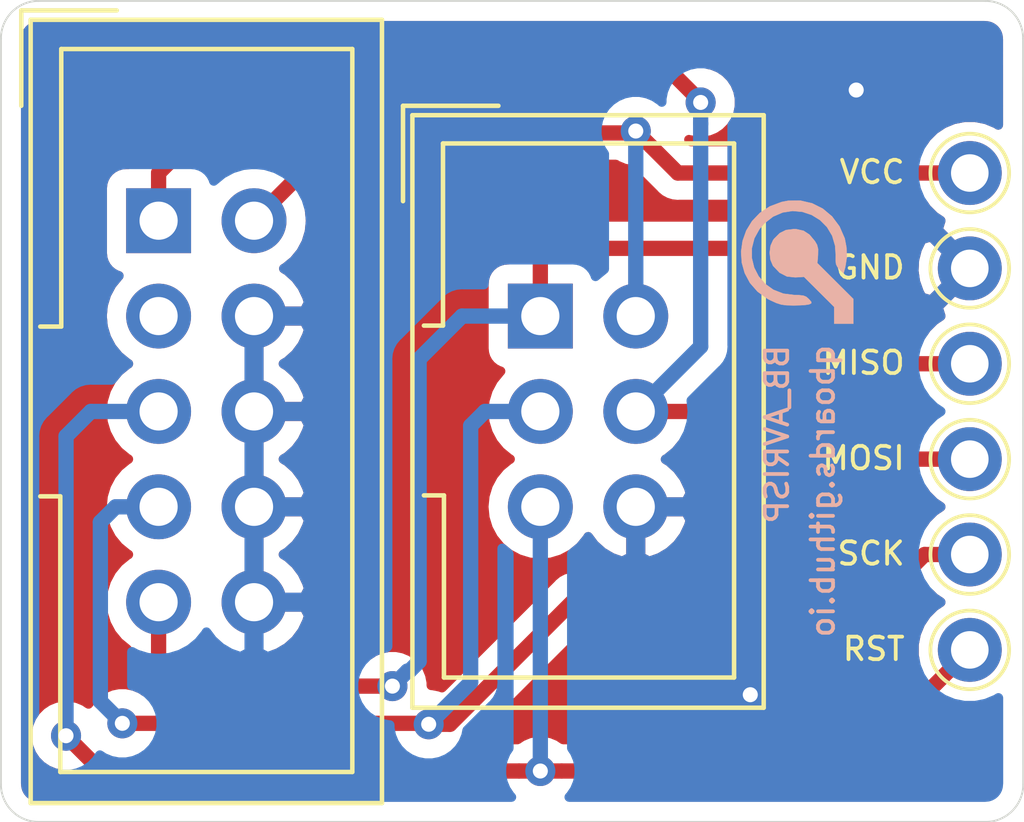
<source format=kicad_pcb>
(kicad_pcb (version 20171130) (host pcbnew "(5.1.2)-1")

  (general
    (thickness 1.2)
    (drawings 22)
    (tracks 67)
    (zones 0)
    (modules 10)
    (nets 7)
  )

  (page A4)
  (title_block
    (title BB-AVRISP)
    (rev 1)
    (company QBoards)
    (comment 1 "Breakout for 10 and 6 pin AVR ISP connectors")
  )

  (layers
    (0 F.Cu signal hide)
    (31 B.Cu signal hide)
    (32 B.Adhes user hide)
    (33 F.Adhes user hide)
    (34 B.Paste user hide)
    (35 F.Paste user hide)
    (36 B.SilkS user hide)
    (37 F.SilkS user)
    (38 B.Mask user hide)
    (39 F.Mask user hide)
    (40 Dwgs.User user hide)
    (41 Cmts.User user hide)
    (42 Eco1.User user hide)
    (43 Eco2.User user hide)
    (44 Edge.Cuts user)
    (45 Margin user hide)
    (46 B.CrtYd user hide)
    (47 F.CrtYd user hide)
    (48 B.Fab user hide)
    (49 F.Fab user hide)
  )

  (setup
    (last_trace_width 0.4064)
    (user_trace_width 0.4064)
    (trace_clearance 0.2032)
    (zone_clearance 0.508)
    (zone_45_only no)
    (trace_min 0.1524)
    (via_size 0.8)
    (via_drill 0.4)
    (via_min_size 0.4)
    (via_min_drill 0.3048)
    (uvia_size 0.3)
    (uvia_drill 0.1)
    (uvias_allowed no)
    (uvia_min_size 0.2)
    (uvia_min_drill 0.1)
    (edge_width 0.05)
    (segment_width 0.2)
    (pcb_text_width 0.3)
    (pcb_text_size 1.5 1.5)
    (mod_edge_width 0.12)
    (mod_text_size 1 1)
    (mod_text_width 0.15)
    (pad_size 1.524 1.524)
    (pad_drill 0.762)
    (pad_to_mask_clearance 0.051)
    (solder_mask_min_width 0.25)
    (aux_axis_origin 0 0)
    (visible_elements 7FFFFFFF)
    (pcbplotparams
      (layerselection 0x010fc_ffffffff)
      (usegerberextensions false)
      (usegerberattributes false)
      (usegerberadvancedattributes false)
      (creategerberjobfile false)
      (excludeedgelayer true)
      (linewidth 0.100000)
      (plotframeref false)
      (viasonmask false)
      (mode 1)
      (useauxorigin false)
      (hpglpennumber 1)
      (hpglpenspeed 20)
      (hpglpendiameter 15.000000)
      (psnegative false)
      (psa4output false)
      (plotreference true)
      (plotvalue true)
      (plotinvisibletext false)
      (padsonsilk false)
      (subtractmaskfromsilk false)
      (outputformat 1)
      (mirror false)
      (drillshape 0)
      (scaleselection 1)
      (outputdirectory "output/"))
  )

  (net 0 "")
  (net 1 VCC)
  (net 2 MISO)
  (net 3 MOSI)
  (net 4 SCK)
  (net 5 RST)
  (net 6 GND)

  (net_class Default "This is the default net class."
    (clearance 0.2032)
    (trace_width 0.2032)
    (via_dia 0.8)
    (via_drill 0.4)
    (uvia_dia 0.3)
    (uvia_drill 0.1)
    (add_net GND)
    (add_net MISO)
    (add_net MOSI)
    (add_net "Net-(J7-Pad3)")
    (add_net RST)
    (add_net SCK)
    (add_net VCC)
  )

  (module qboards_connectors:PinHeader_1x01_P2.54mm_Vertical (layer F.Cu) (tedit 5CFE9927) (tstamp 6012CCE2)
    (at 198.12 109.22)
    (descr "Through hole straight pin header, 1x07, 2.54mm pitch, single row")
    (tags "Through hole pin header THT 1x07 2.54mm single row")
    (path /60133370)
    (fp_text reference J5 (at -0.0508 -1.8288) (layer F.SilkS) hide
      (effects (font (size 0.6 0.6) (thickness 0.1)))
    )
    (fp_text value Conn_01x01_Male (at 0 2.33) (layer B.Fab)
      (effects (font (size 1 1) (thickness 0.15)) (justify mirror))
    )
    (fp_text user %R (at 0.02 0 90) (layer B.Fab)
      (effects (font (size 1 1) (thickness 0.15)) (justify mirror))
    )
    (fp_line (start 1.016 -1.016) (end -1.016 -1.016) (layer F.CrtYd) (width 0.05))
    (fp_line (start 1.016 1.04) (end 1.016 -1.016) (layer F.CrtYd) (width 0.05))
    (fp_line (start -1.012 1.04) (end 1.01 1.04) (layer F.CrtYd) (width 0.05))
    (fp_line (start -1.016 -1.016) (end -1.016 1.04) (layer F.CrtYd) (width 0.05))
    (fp_line (start -1.27 -0.635) (end -0.635 -1.27) (layer B.Fab) (width 0.1))
    (fp_line (start -1.27 1.25) (end -1.27 -0.635) (layer B.Fab) (width 0.1))
    (fp_line (start 1.27 1.26) (end -1.27 1.26) (layer B.Fab) (width 0.1))
    (fp_line (start 1.27 -1.27) (end 1.27 1.26) (layer B.Fab) (width 0.1))
    (fp_line (start -0.635 -1.27) (end 1.27 -1.27) (layer B.Fab) (width 0.1))
    (fp_circle (center 0 0) (end 0.8128 0.6604) (layer F.SilkS) (width 0.1))
    (fp_text user RST (at -1.6764 -0.0254) (layer F.SilkS)
      (effects (font (size 0.6 0.6) (thickness 0.1)) (justify right))
    )
    (fp_line (start 1.27 1.26) (end 1.27 -1.26) (layer B.CrtYd) (width 0.12))
    (fp_line (start 1.27 -1.26) (end -1.27 -1.26) (layer B.CrtYd) (width 0.12))
    (fp_line (start -1.27 -1.26) (end -1.27 1.26) (layer B.CrtYd) (width 0.12))
    (fp_line (start -1.27 1.26) (end 1.27 1.26) (layer B.CrtYd) (width 0.12))
    (pad 1 thru_hole circle (at 0 0) (size 1.7 1.7) (drill 1) (layers *.Cu *.Mask)
      (net 5 RST))
    (model ${KISYS3DMOD}/Connector_PinHeader_2.54mm.3dshapes/PinHeader_1x01_P2.54mm_Vertical.wrl
      (offset (xyz 0 0 -2))
      (scale (xyz 1 1 1))
      (rotate (xyz 0 180 0))
    )
  )

  (module qboards_connectors:PinHeader_1x01_P2.54mm_Vertical (layer F.Cu) (tedit 5CFE9927) (tstamp 6012CBB6)
    (at 198.12 96.52)
    (descr "Through hole straight pin header, 1x07, 2.54mm pitch, single row")
    (tags "Through hole pin header THT 1x07 2.54mm single row")
    (path /5CFE7413)
    (fp_text reference J1 (at -0.0508 -1.8288) (layer F.SilkS) hide
      (effects (font (size 0.6 0.6) (thickness 0.1)))
    )
    (fp_text value Conn_01x01_Male (at 0 2.33) (layer B.Fab)
      (effects (font (size 1 1) (thickness 0.15)) (justify mirror))
    )
    (fp_text user %R (at 0.02 0 90) (layer B.Fab)
      (effects (font (size 1 1) (thickness 0.15)) (justify mirror))
    )
    (fp_line (start 1.016 -1.016) (end -1.016 -1.016) (layer F.CrtYd) (width 0.05))
    (fp_line (start 1.016 1.04) (end 1.016 -1.016) (layer F.CrtYd) (width 0.05))
    (fp_line (start -1.012 1.04) (end 1.01 1.04) (layer F.CrtYd) (width 0.05))
    (fp_line (start -1.016 -1.016) (end -1.016 1.04) (layer F.CrtYd) (width 0.05))
    (fp_line (start -1.27 -0.635) (end -0.635 -1.27) (layer B.Fab) (width 0.1))
    (fp_line (start -1.27 1.25) (end -1.27 -0.635) (layer B.Fab) (width 0.1))
    (fp_line (start 1.27 1.26) (end -1.27 1.26) (layer B.Fab) (width 0.1))
    (fp_line (start 1.27 -1.27) (end 1.27 1.26) (layer B.Fab) (width 0.1))
    (fp_line (start -0.635 -1.27) (end 1.27 -1.27) (layer B.Fab) (width 0.1))
    (fp_circle (center 0 0) (end 0.8128 0.6604) (layer F.SilkS) (width 0.1))
    (fp_text user VCC (at -1.6764 -0.0254) (layer F.SilkS)
      (effects (font (size 0.6 0.6) (thickness 0.1)) (justify right))
    )
    (fp_line (start 1.27 1.26) (end 1.27 -1.26) (layer B.CrtYd) (width 0.12))
    (fp_line (start 1.27 -1.26) (end -1.27 -1.26) (layer B.CrtYd) (width 0.12))
    (fp_line (start -1.27 -1.26) (end -1.27 1.26) (layer B.CrtYd) (width 0.12))
    (fp_line (start -1.27 1.26) (end 1.27 1.26) (layer B.CrtYd) (width 0.12))
    (pad 1 thru_hole circle (at 0 0) (size 1.7 1.7) (drill 1) (layers *.Cu *.Mask)
      (net 1 VCC))
    (model ${KISYS3DMOD}/Connector_PinHeader_2.54mm.3dshapes/PinHeader_1x01_P2.54mm_Vertical.wrl
      (offset (xyz 0 0 -2))
      (scale (xyz 1 1 1))
      (rotate (xyz 0 180 0))
    )
  )

  (module qboards_connectors:PinHeader_1x01_P2.54mm_Vertical (layer F.Cu) (tedit 5CFE9927) (tstamp 6012CBF2)
    (at 198.12 99.06)
    (descr "Through hole straight pin header, 1x07, 2.54mm pitch, single row")
    (tags "Through hole pin header THT 1x07 2.54mm single row")
    (path /601334E3)
    (fp_text reference J8 (at -0.0508 -1.8288) (layer F.SilkS) hide
      (effects (font (size 0.6 0.6) (thickness 0.1)))
    )
    (fp_text value Conn_01x01_Male (at 0 2.33) (layer B.Fab)
      (effects (font (size 1 1) (thickness 0.15)) (justify mirror))
    )
    (fp_text user %R (at 0.02 0 90) (layer B.Fab)
      (effects (font (size 1 1) (thickness 0.15)) (justify mirror))
    )
    (fp_line (start 1.016 -1.016) (end -1.016 -1.016) (layer F.CrtYd) (width 0.05))
    (fp_line (start 1.016 1.04) (end 1.016 -1.016) (layer F.CrtYd) (width 0.05))
    (fp_line (start -1.012 1.04) (end 1.01 1.04) (layer F.CrtYd) (width 0.05))
    (fp_line (start -1.016 -1.016) (end -1.016 1.04) (layer F.CrtYd) (width 0.05))
    (fp_line (start -1.27 -0.635) (end -0.635 -1.27) (layer B.Fab) (width 0.1))
    (fp_line (start -1.27 1.25) (end -1.27 -0.635) (layer B.Fab) (width 0.1))
    (fp_line (start 1.27 1.26) (end -1.27 1.26) (layer B.Fab) (width 0.1))
    (fp_line (start 1.27 -1.27) (end 1.27 1.26) (layer B.Fab) (width 0.1))
    (fp_line (start -0.635 -1.27) (end 1.27 -1.27) (layer B.Fab) (width 0.1))
    (fp_circle (center 0 0) (end 0.8128 0.6604) (layer F.SilkS) (width 0.1))
    (fp_text user GND (at -1.6764 -0.0254) (layer F.SilkS)
      (effects (font (size 0.6 0.6) (thickness 0.1)) (justify right))
    )
    (fp_line (start 1.27 1.26) (end 1.27 -1.26) (layer B.CrtYd) (width 0.12))
    (fp_line (start 1.27 -1.26) (end -1.27 -1.26) (layer B.CrtYd) (width 0.12))
    (fp_line (start -1.27 -1.26) (end -1.27 1.26) (layer B.CrtYd) (width 0.12))
    (fp_line (start -1.27 1.26) (end 1.27 1.26) (layer B.CrtYd) (width 0.12))
    (pad 1 thru_hole circle (at 0 0) (size 1.7 1.7) (drill 1) (layers *.Cu *.Mask)
      (net 6 GND))
    (model ${KISYS3DMOD}/Connector_PinHeader_2.54mm.3dshapes/PinHeader_1x01_P2.54mm_Vertical.wrl
      (offset (xyz 0 0 -2))
      (scale (xyz 1 1 1))
      (rotate (xyz 0 180 0))
    )
  )

  (module Connector_IDC:IDC-Header_2x05_P2.54mm_Vertical (layer F.Cu) (tedit 59DE0611) (tstamp 6012A7DD)
    (at 176.53 97.79)
    (descr "Through hole straight IDC box header, 2x05, 2.54mm pitch, double rows")
    (tags "Through hole IDC box header THT 2x05 2.54mm double row")
    (path /6012E75A)
    (fp_text reference J7 (at 1.27 -6.604) (layer F.SilkS) hide
      (effects (font (size 1 1) (thickness 0.15)))
    )
    (fp_text value Conn_02x05_Odd_Even (at 1.27 16.764) (layer F.Fab)
      (effects (font (size 1 1) (thickness 0.15)))
    )
    (fp_line (start -3.655 -5.6) (end -1.115 -5.6) (layer F.SilkS) (width 0.12))
    (fp_line (start -3.655 -5.6) (end -3.655 -3.06) (layer F.SilkS) (width 0.12))
    (fp_line (start -3.405 -5.35) (end 5.945 -5.35) (layer F.SilkS) (width 0.12))
    (fp_line (start -3.405 15.51) (end -3.405 -5.35) (layer F.SilkS) (width 0.12))
    (fp_line (start 5.945 15.51) (end -3.405 15.51) (layer F.SilkS) (width 0.12))
    (fp_line (start 5.945 -5.35) (end 5.945 15.51) (layer F.SilkS) (width 0.12))
    (fp_line (start -3.41 -5.35) (end 5.95 -5.35) (layer F.CrtYd) (width 0.05))
    (fp_line (start -3.41 15.51) (end -3.41 -5.35) (layer F.CrtYd) (width 0.05))
    (fp_line (start 5.95 15.51) (end -3.41 15.51) (layer F.CrtYd) (width 0.05))
    (fp_line (start 5.95 -5.35) (end 5.95 15.51) (layer F.CrtYd) (width 0.05))
    (fp_line (start -3.155 15.26) (end -2.605 14.7) (layer F.Fab) (width 0.1))
    (fp_line (start -3.155 -5.1) (end -2.605 -4.56) (layer F.Fab) (width 0.1))
    (fp_line (start 5.695 15.26) (end 5.145 14.7) (layer F.Fab) (width 0.1))
    (fp_line (start 5.695 -5.1) (end 5.145 -4.56) (layer F.Fab) (width 0.1))
    (fp_line (start 5.145 14.7) (end -2.605 14.7) (layer F.Fab) (width 0.1))
    (fp_line (start 5.695 15.26) (end -3.155 15.26) (layer F.Fab) (width 0.1))
    (fp_line (start 5.145 -4.56) (end -2.605 -4.56) (layer F.Fab) (width 0.1))
    (fp_line (start 5.695 -5.1) (end -3.155 -5.1) (layer F.Fab) (width 0.1))
    (fp_line (start -2.605 7.33) (end -3.155 7.33) (layer F.Fab) (width 0.1))
    (fp_line (start -2.605 2.83) (end -3.155 2.83) (layer F.Fab) (width 0.1))
    (fp_line (start -2.605 7.33) (end -2.605 14.7) (layer F.Fab) (width 0.1))
    (fp_line (start -2.605 -4.56) (end -2.605 2.83) (layer F.Fab) (width 0.1))
    (fp_line (start -3.155 -5.1) (end -3.155 15.26) (layer F.Fab) (width 0.1))
    (fp_line (start 5.145 -4.56) (end 5.145 14.7) (layer F.Fab) (width 0.1))
    (fp_line (start 5.695 -5.1) (end 5.695 15.26) (layer F.Fab) (width 0.1))
    (fp_text user %R (at 1.27 5.08) (layer F.Fab)
      (effects (font (size 1 1) (thickness 0.15)))
    )
    (pad 10 thru_hole oval (at 2.54 10.16) (size 1.7272 1.7272) (drill 1.016) (layers *.Cu *.Mask)
      (net 6 GND))
    (pad 9 thru_hole oval (at 0 10.16) (size 1.7272 1.7272) (drill 1.016) (layers *.Cu *.Mask)
      (net 2 MISO))
    (pad 8 thru_hole oval (at 2.54 7.62) (size 1.7272 1.7272) (drill 1.016) (layers *.Cu *.Mask)
      (net 6 GND))
    (pad 7 thru_hole oval (at 0 7.62) (size 1.7272 1.7272) (drill 1.016) (layers *.Cu *.Mask)
      (net 4 SCK))
    (pad 6 thru_hole oval (at 2.54 5.08) (size 1.7272 1.7272) (drill 1.016) (layers *.Cu *.Mask)
      (net 6 GND))
    (pad 5 thru_hole oval (at 0 5.08) (size 1.7272 1.7272) (drill 1.016) (layers *.Cu *.Mask)
      (net 5 RST))
    (pad 4 thru_hole oval (at 2.54 2.54) (size 1.7272 1.7272) (drill 1.016) (layers *.Cu *.Mask)
      (net 6 GND))
    (pad 3 thru_hole oval (at 0 2.54) (size 1.7272 1.7272) (drill 1.016) (layers *.Cu *.Mask))
    (pad 2 thru_hole oval (at 2.54 0) (size 1.7272 1.7272) (drill 1.016) (layers *.Cu *.Mask)
      (net 1 VCC))
    (pad 1 thru_hole rect (at 0 0) (size 1.7272 1.7272) (drill 1.016) (layers *.Cu *.Mask)
      (net 3 MOSI))
    (model ${KISYS3DMOD}/Connector_IDC.3dshapes/IDC-Header_2x05_P2.54mm_Vertical.wrl
      (at (xyz 0 0 0))
      (scale (xyz 1 1 1))
      (rotate (xyz 0 0 0))
    )
  )

  (module Connector_IDC:IDC-Header_2x03_P2.54mm_Vertical (layer F.Cu) (tedit 59DE0819) (tstamp 6012A7B5)
    (at 186.69 100.33)
    (descr "Through hole straight IDC box header, 2x03, 2.54mm pitch, double rows")
    (tags "Through hole IDC box header THT 2x03 2.54mm double row")
    (path /6012D96C)
    (fp_text reference J6 (at 1.27 -6.604) (layer F.SilkS) hide
      (effects (font (size 1 1) (thickness 0.15)))
    )
    (fp_text value Conn_02x03_Odd_Even (at 1.27 11.684) (layer F.Fab)
      (effects (font (size 1 1) (thickness 0.15)))
    )
    (fp_line (start -3.655 -5.6) (end -1.115 -5.6) (layer F.SilkS) (width 0.12))
    (fp_line (start -3.655 -5.6) (end -3.655 -3.06) (layer F.SilkS) (width 0.12))
    (fp_line (start -3.405 -5.35) (end 5.945 -5.35) (layer F.SilkS) (width 0.12))
    (fp_line (start -3.405 10.43) (end -3.405 -5.35) (layer F.SilkS) (width 0.12))
    (fp_line (start 5.945 10.43) (end -3.405 10.43) (layer F.SilkS) (width 0.12))
    (fp_line (start 5.945 -5.35) (end 5.945 10.43) (layer F.SilkS) (width 0.12))
    (fp_line (start -3.41 -5.35) (end 5.95 -5.35) (layer F.CrtYd) (width 0.05))
    (fp_line (start -3.41 10.43) (end -3.41 -5.35) (layer F.CrtYd) (width 0.05))
    (fp_line (start 5.95 10.43) (end -3.41 10.43) (layer F.CrtYd) (width 0.05))
    (fp_line (start 5.95 -5.35) (end 5.95 10.43) (layer F.CrtYd) (width 0.05))
    (fp_line (start -3.155 10.18) (end -2.605 9.62) (layer F.Fab) (width 0.1))
    (fp_line (start -3.155 -5.1) (end -2.605 -4.56) (layer F.Fab) (width 0.1))
    (fp_line (start 5.695 10.18) (end 5.145 9.62) (layer F.Fab) (width 0.1))
    (fp_line (start 5.695 -5.1) (end 5.145 -4.56) (layer F.Fab) (width 0.1))
    (fp_line (start 5.145 9.62) (end -2.605 9.62) (layer F.Fab) (width 0.1))
    (fp_line (start 5.695 10.18) (end -3.155 10.18) (layer F.Fab) (width 0.1))
    (fp_line (start 5.145 -4.56) (end -2.605 -4.56) (layer F.Fab) (width 0.1))
    (fp_line (start 5.695 -5.1) (end -3.155 -5.1) (layer F.Fab) (width 0.1))
    (fp_line (start -2.605 4.79) (end -3.155 4.79) (layer F.Fab) (width 0.1))
    (fp_line (start -2.605 0.29) (end -3.155 0.29) (layer F.Fab) (width 0.1))
    (fp_line (start -2.605 4.79) (end -2.605 9.62) (layer F.Fab) (width 0.1))
    (fp_line (start -2.605 -4.56) (end -2.605 0.29) (layer F.Fab) (width 0.1))
    (fp_line (start -3.155 -5.1) (end -3.155 10.18) (layer F.Fab) (width 0.1))
    (fp_line (start 5.145 -4.56) (end 5.145 9.62) (layer F.Fab) (width 0.1))
    (fp_line (start 5.695 -5.1) (end 5.695 10.18) (layer F.Fab) (width 0.1))
    (fp_text user %R (at 1.27 2.54) (layer F.Fab)
      (effects (font (size 1 1) (thickness 0.15)))
    )
    (pad 6 thru_hole oval (at 2.54 5.08) (size 1.7272 1.7272) (drill 1.016) (layers *.Cu *.Mask)
      (net 6 GND))
    (pad 5 thru_hole oval (at 0 5.08) (size 1.7272 1.7272) (drill 1.016) (layers *.Cu *.Mask)
      (net 5 RST))
    (pad 4 thru_hole oval (at 2.54 2.54) (size 1.7272 1.7272) (drill 1.016) (layers *.Cu *.Mask)
      (net 3 MOSI))
    (pad 3 thru_hole oval (at 0 2.54) (size 1.7272 1.7272) (drill 1.016) (layers *.Cu *.Mask)
      (net 4 SCK))
    (pad 2 thru_hole oval (at 2.54 0) (size 1.7272 1.7272) (drill 1.016) (layers *.Cu *.Mask)
      (net 1 VCC))
    (pad 1 thru_hole rect (at 0 0) (size 1.7272 1.7272) (drill 1.016) (layers *.Cu *.Mask)
      (net 2 MISO))
    (model ${KISYS3DMOD}/Connector_IDC.3dshapes/IDC-Header_2x03_P2.54mm_Vertical.wrl
      (at (xyz 0 0 0))
      (scale (xyz 1 1 1))
      (rotate (xyz 0 0 0))
    )
  )

  (module qboards_connectors:PinHeader_1x01_P2.54mm_Vertical (layer F.Cu) (tedit 5CFE9927) (tstamp 6012CC2E)
    (at 198.12 106.68)
    (descr "Through hole straight pin header, 1x07, 2.54mm pitch, single row")
    (tags "Through hole pin header THT 1x07 2.54mm single row")
    (path /601331ED)
    (fp_text reference J4 (at -0.0508 -1.8288) (layer F.SilkS) hide
      (effects (font (size 0.6 0.6) (thickness 0.1)))
    )
    (fp_text value Conn_01x01_Male (at 0 2.33) (layer B.Fab)
      (effects (font (size 1 1) (thickness 0.15)) (justify mirror))
    )
    (fp_text user %R (at 0.02 0 90) (layer B.Fab)
      (effects (font (size 1 1) (thickness 0.15)) (justify mirror))
    )
    (fp_line (start 1.016 -1.016) (end -1.016 -1.016) (layer F.CrtYd) (width 0.05))
    (fp_line (start 1.016 1.04) (end 1.016 -1.016) (layer F.CrtYd) (width 0.05))
    (fp_line (start -1.012 1.04) (end 1.01 1.04) (layer F.CrtYd) (width 0.05))
    (fp_line (start -1.016 -1.016) (end -1.016 1.04) (layer F.CrtYd) (width 0.05))
    (fp_line (start -1.27 -0.635) (end -0.635 -1.27) (layer B.Fab) (width 0.1))
    (fp_line (start -1.27 1.25) (end -1.27 -0.635) (layer B.Fab) (width 0.1))
    (fp_line (start 1.27 1.26) (end -1.27 1.26) (layer B.Fab) (width 0.1))
    (fp_line (start 1.27 -1.27) (end 1.27 1.26) (layer B.Fab) (width 0.1))
    (fp_line (start -0.635 -1.27) (end 1.27 -1.27) (layer B.Fab) (width 0.1))
    (fp_circle (center 0 0) (end 0.8128 0.6604) (layer F.SilkS) (width 0.1))
    (fp_text user SCK (at -1.6764 -0.0254) (layer F.SilkS)
      (effects (font (size 0.6 0.6) (thickness 0.1)) (justify right))
    )
    (fp_line (start 1.27 1.26) (end 1.27 -1.26) (layer B.CrtYd) (width 0.12))
    (fp_line (start 1.27 -1.26) (end -1.27 -1.26) (layer B.CrtYd) (width 0.12))
    (fp_line (start -1.27 -1.26) (end -1.27 1.26) (layer B.CrtYd) (width 0.12))
    (fp_line (start -1.27 1.26) (end 1.27 1.26) (layer B.CrtYd) (width 0.12))
    (pad 1 thru_hole circle (at 0 0) (size 1.7 1.7) (drill 1) (layers *.Cu *.Mask)
      (net 4 SCK))
    (model ${KISYS3DMOD}/Connector_PinHeader_2.54mm.3dshapes/PinHeader_1x01_P2.54mm_Vertical.wrl
      (offset (xyz 0 0 -2))
      (scale (xyz 1 1 1))
      (rotate (xyz 0 180 0))
    )
  )

  (module qboards_connectors:PinHeader_1x01_P2.54mm_Vertical (layer F.Cu) (tedit 5CFE9927) (tstamp 6012CC6A)
    (at 198.12 104.14)
    (descr "Through hole straight pin header, 1x07, 2.54mm pitch, single row")
    (tags "Through hole pin header THT 1x07 2.54mm single row")
    (path /60133070)
    (fp_text reference J3 (at -0.0508 -1.8288) (layer F.SilkS) hide
      (effects (font (size 0.6 0.6) (thickness 0.1)))
    )
    (fp_text value Conn_01x01_Male (at 0 2.33) (layer B.Fab)
      (effects (font (size 1 1) (thickness 0.15)) (justify mirror))
    )
    (fp_text user %R (at 0.02 0 90) (layer B.Fab)
      (effects (font (size 1 1) (thickness 0.15)) (justify mirror))
    )
    (fp_line (start 1.016 -1.016) (end -1.016 -1.016) (layer F.CrtYd) (width 0.05))
    (fp_line (start 1.016 1.04) (end 1.016 -1.016) (layer F.CrtYd) (width 0.05))
    (fp_line (start -1.012 1.04) (end 1.01 1.04) (layer F.CrtYd) (width 0.05))
    (fp_line (start -1.016 -1.016) (end -1.016 1.04) (layer F.CrtYd) (width 0.05))
    (fp_line (start -1.27 -0.635) (end -0.635 -1.27) (layer B.Fab) (width 0.1))
    (fp_line (start -1.27 1.25) (end -1.27 -0.635) (layer B.Fab) (width 0.1))
    (fp_line (start 1.27 1.26) (end -1.27 1.26) (layer B.Fab) (width 0.1))
    (fp_line (start 1.27 -1.27) (end 1.27 1.26) (layer B.Fab) (width 0.1))
    (fp_line (start -0.635 -1.27) (end 1.27 -1.27) (layer B.Fab) (width 0.1))
    (fp_circle (center 0 0) (end 0.8128 0.6604) (layer F.SilkS) (width 0.1))
    (fp_text user MOSI (at -1.6764 -0.0254) (layer F.SilkS)
      (effects (font (size 0.6 0.6) (thickness 0.1)) (justify right))
    )
    (fp_line (start 1.27 1.26) (end 1.27 -1.26) (layer B.CrtYd) (width 0.12))
    (fp_line (start 1.27 -1.26) (end -1.27 -1.26) (layer B.CrtYd) (width 0.12))
    (fp_line (start -1.27 -1.26) (end -1.27 1.26) (layer B.CrtYd) (width 0.12))
    (fp_line (start -1.27 1.26) (end 1.27 1.26) (layer B.CrtYd) (width 0.12))
    (pad 1 thru_hole circle (at 0 0) (size 1.7 1.7) (drill 1) (layers *.Cu *.Mask)
      (net 3 MOSI))
    (model ${KISYS3DMOD}/Connector_PinHeader_2.54mm.3dshapes/PinHeader_1x01_P2.54mm_Vertical.wrl
      (offset (xyz 0 0 -2))
      (scale (xyz 1 1 1))
      (rotate (xyz 0 180 0))
    )
  )

  (module qboards_connectors:PinHeader_1x01_P2.54mm_Vertical (layer F.Cu) (tedit 5CFE9927) (tstamp 6012CCA6)
    (at 198.12 101.6)
    (descr "Through hole straight pin header, 1x07, 2.54mm pitch, single row")
    (tags "Through hole pin header THT 1x07 2.54mm single row")
    (path /60132F4B)
    (fp_text reference J2 (at -0.0508 -1.8288) (layer F.SilkS) hide
      (effects (font (size 0.6 0.6) (thickness 0.1)))
    )
    (fp_text value Conn_01x01_Male (at 0 2.33) (layer B.Fab)
      (effects (font (size 1 1) (thickness 0.15)) (justify mirror))
    )
    (fp_text user %R (at 0.02 0 90) (layer B.Fab)
      (effects (font (size 1 1) (thickness 0.15)) (justify mirror))
    )
    (fp_line (start 1.016 -1.016) (end -1.016 -1.016) (layer F.CrtYd) (width 0.05))
    (fp_line (start 1.016 1.04) (end 1.016 -1.016) (layer F.CrtYd) (width 0.05))
    (fp_line (start -1.012 1.04) (end 1.01 1.04) (layer F.CrtYd) (width 0.05))
    (fp_line (start -1.016 -1.016) (end -1.016 1.04) (layer F.CrtYd) (width 0.05))
    (fp_line (start -1.27 -0.635) (end -0.635 -1.27) (layer B.Fab) (width 0.1))
    (fp_line (start -1.27 1.25) (end -1.27 -0.635) (layer B.Fab) (width 0.1))
    (fp_line (start 1.27 1.26) (end -1.27 1.26) (layer B.Fab) (width 0.1))
    (fp_line (start 1.27 -1.27) (end 1.27 1.26) (layer B.Fab) (width 0.1))
    (fp_line (start -0.635 -1.27) (end 1.27 -1.27) (layer B.Fab) (width 0.1))
    (fp_circle (center 0 0) (end 0.8128 0.6604) (layer F.SilkS) (width 0.1))
    (fp_text user MISO (at -1.6764 -0.0254) (layer F.SilkS)
      (effects (font (size 0.6 0.6) (thickness 0.1)) (justify right))
    )
    (fp_line (start 1.27 1.26) (end 1.27 -1.26) (layer B.CrtYd) (width 0.12))
    (fp_line (start 1.27 -1.26) (end -1.27 -1.26) (layer B.CrtYd) (width 0.12))
    (fp_line (start -1.27 -1.26) (end -1.27 1.26) (layer B.CrtYd) (width 0.12))
    (fp_line (start -1.27 1.26) (end 1.27 1.26) (layer B.CrtYd) (width 0.12))
    (pad 1 thru_hole circle (at 0 0) (size 1.7 1.7) (drill 1) (layers *.Cu *.Mask)
      (net 2 MISO))
    (model ${KISYS3DMOD}/Connector_PinHeader_2.54mm.3dshapes/PinHeader_1x01_P2.54mm_Vertical.wrl
      (offset (xyz 0 0 -2))
      (scale (xyz 1 1 1))
      (rotate (xyz 0 180 0))
    )
  )

  (module qboards_aesthetics:logo_url-3mm (layer B.Cu) (tedit 5CF579B1) (tstamp 601261BE)
    (at 193.4464 98.6028 270)
    (fp_text reference BB_AVRISP (at 2.4384 0.4572 90) (layer B.SilkS)
      (effects (font (size 0.6 0.6) (thickness 0.1)) (justify left mirror))
    )
    (fp_text value LOGO_BRD_REF (at 0 -2.3622 90) (layer B.SilkS) hide
      (effects (font (size 0.6 0.6) (thickness 0.1)) (justify mirror))
    )
    (fp_text user qboards.github.io (at 2.4384 -0.762 90) (layer B.SilkS)
      (effects (font (size 0.6 0.6) (thickness 0.1)) (justify left mirror))
    )
    (fp_poly (pts (xy 0.301751 1.394461) (xy 0.582667 1.316111) (xy 0.844161 1.176542) (xy 1.075553 0.974514)
      (xy 1.266161 0.708785) (xy 1.303875 0.636973) (xy 1.37773 0.475836) (xy 1.419998 0.342842)
      (xy 1.439126 0.20029) (xy 1.443566 0.013664) (xy 1.439594 -0.157438) (xy 1.429078 -0.303015)
      (xy 1.414115 -0.396238) (xy 1.410711 -0.406392) (xy 1.383931 -0.456332) (xy 1.348489 -0.45341)
      (xy 1.279461 -0.394371) (xy 1.273128 -0.388429) (xy 1.21484 -0.321997) (xy 1.182885 -0.243632)
      (xy 1.169652 -0.126196) (xy 1.16747 -0.011671) (xy 1.130012 0.29018) (xy 1.02716 0.553497)
      (xy 0.869991 0.773577) (xy 0.669584 0.945712) (xy 0.437018 1.065199) (xy 0.183372 1.127332)
      (xy -0.080277 1.127405) (xy -0.342849 1.060714) (xy -0.593266 0.922552) (xy -0.738616 0.797882)
      (xy -0.922376 0.561969) (xy -1.032169 0.306442) (xy -1.072891 0.042499) (xy -1.049439 -0.218666)
      (xy -0.966708 -0.465853) (xy -0.829594 -0.687868) (xy -0.642992 -0.873513) (xy -0.411797 -1.011592)
      (xy -0.140906 -1.090908) (xy 0.09333 -1.104832) (xy 0.248968 -1.102978) (xy 0.34842 -1.116252)
      (xy 0.419803 -1.151909) (xy 0.478353 -1.204178) (xy 0.587693 -1.313518) (xy 0.422963 -1.359256)
      (xy 0.178868 -1.397375) (xy -0.090528 -1.392549) (xy -0.338117 -1.345713) (xy -0.343492 -1.344052)
      (xy -0.660977 -1.204782) (xy -0.925946 -1.007348) (xy -1.132568 -0.76185) (xy -1.275016 -0.47839)
      (xy -1.347458 -0.167068) (xy -1.344068 0.162016) (xy -1.311358 0.333052) (xy -1.193529 0.648479)
      (xy -1.020362 0.911375) (xy -0.802536 1.1205) (xy -0.550731 1.274612) (xy -0.275628 1.372471)
      (xy 0.012092 1.412834) (xy 0.301751 1.394461)) (layer B.SilkS) (width 0.01))
    (fp_poly (pts (xy 0.229107 0.630267) (xy 0.384132 0.565267) (xy 0.392712 0.559141) (xy 0.571873 0.387566)
      (xy 0.671563 0.193924) (xy 0.695785 -0.029709) (xy 0.695247 -0.039303) (xy 0.681566 -0.260639)
      (xy 1.082897 -0.66372) (xy 1.484227 -1.0668) (xy 1.9304 -1.0668) (xy 1.9304 -1.5748)
      (xy 1.272852 -1.5748) (xy 0.794695 -1.095283) (xy 0.316537 -0.615765) (xy 0.096885 -0.633387)
      (xy -0.056582 -0.636172) (xy -0.169617 -0.608257) (xy -0.267041 -0.551988) (xy -0.441484 -0.406408)
      (xy -0.543765 -0.250165) (xy -0.585771 -0.062377) (xy -0.588434 0.0127) (xy -0.563995 0.217089)
      (xy -0.482479 0.383076) (xy -0.331592 0.533767) (xy -0.296964 0.560417) (xy -0.146721 0.627908)
      (xy 0.040396 0.651169) (xy 0.229107 0.630267)) (layer B.SilkS) (width 0.01))
  )

  (module qboards_aesthetics:breadboard-guide (layer F.Cu) (tedit 5CF80C42) (tstamp 6011C1B2)
    (at 162.56 96.52)
    (fp_text reference REF** (at 1.9304 0.8636 90) (layer F.SilkS) hide
      (effects (font (size 1 1) (thickness 0.15)))
    )
    (fp_text value breadboard-guide (at -5.08 11.43 90) (layer F.Fab) hide
      (effects (font (size 1 1) (thickness 0.15)))
    )
    (fp_line (start 52.07 24.13) (end 52.07 -1.27) (layer F.Fab) (width 0.3))
    (fp_line (start -3.81 24.13) (end -3.81 -1.27) (layer F.Fab) (width 0.3))
    (fp_circle (center 15.24 22.86) (end 15.763634 22.86) (layer F.Fab) (width 0.4))
    (fp_circle (center 15.24 20.32) (end 15.763634 20.32) (layer F.Fab) (width 0.4))
    (fp_circle (center 15.24 17.78) (end 15.763634 17.78) (layer F.Fab) (width 0.4))
    (fp_circle (center 15.24 15.24) (end 15.763634 15.24) (layer F.Fab) (width 0.4))
    (fp_circle (center 15.24 12.7) (end 15.763634 12.7) (layer F.Fab) (width 0.4))
    (fp_circle (center 15.24 10.16) (end 15.763634 10.16) (layer F.Fab) (width 0.4))
    (fp_circle (center 15.24 7.62) (end 15.763634 7.62) (layer F.Fab) (width 0.4))
    (fp_circle (center 15.24 5.08) (end 15.763634 5.08) (layer F.Fab) (width 0.4))
    (fp_circle (center 15.24 2.54) (end 15.763634 2.54) (layer F.Fab) (width 0.4))
    (fp_circle (center 27.94 22.86) (end 28.463634 22.86) (layer F.Fab) (width 0.4))
    (fp_circle (center 27.94 20.32) (end 28.463634 20.32) (layer F.Fab) (width 0.4))
    (fp_circle (center 27.94 17.78) (end 28.463634 17.78) (layer F.Fab) (width 0.4))
    (fp_circle (center 27.94 15.24) (end 28.463634 15.24) (layer F.Fab) (width 0.4))
    (fp_circle (center 27.94 12.7) (end 28.463634 12.7) (layer F.Fab) (width 0.4))
    (fp_circle (center 27.94 10.16) (end 28.463634 10.16) (layer F.Fab) (width 0.4))
    (fp_circle (center 27.94 7.62) (end 28.463634 7.62) (layer F.Fab) (width 0.4))
    (fp_circle (center 27.94 5.08) (end 28.463634 5.08) (layer F.Fab) (width 0.4))
    (fp_circle (center 27.94 2.54) (end 28.463634 2.54) (layer F.Fab) (width 0.4))
    (fp_circle (center 2.524366 22.86) (end 3.048 22.86) (layer F.Fab) (width 0.4))
    (fp_circle (center 2.524366 20.32) (end 3.048 20.32) (layer F.Fab) (width 0.4))
    (fp_circle (center 2.524366 17.78) (end 3.048 17.78) (layer F.Fab) (width 0.4))
    (fp_circle (center 2.524366 15.24) (end 3.048 15.24) (layer F.Fab) (width 0.4))
    (fp_circle (center 2.524366 12.7) (end 3.048 12.7) (layer F.Fab) (width 0.4))
    (fp_circle (center 2.524366 10.16) (end 3.048 10.16) (layer F.Fab) (width 0.4))
    (fp_circle (center 2.524366 7.62) (end 3.048 7.62) (layer F.Fab) (width 0.4))
    (fp_circle (center 2.524366 5.08) (end 3.048 5.08) (layer F.Fab) (width 0.4))
    (fp_circle (center 2.524366 2.54) (end 3.048 2.54) (layer F.Fab) (width 0.4))
    (fp_circle (center 12.7 22.86) (end 13.223634 22.86) (layer F.Fab) (width 0.4))
    (fp_circle (center 12.7 20.32) (end 13.223634 20.32) (layer F.Fab) (width 0.4))
    (fp_circle (center 12.7 17.78) (end 13.223634 17.78) (layer F.Fab) (width 0.4))
    (fp_circle (center 12.7 15.24) (end 13.223634 15.24) (layer F.Fab) (width 0.4))
    (fp_circle (center 12.7 12.7) (end 13.223634 12.7) (layer F.Fab) (width 0.4))
    (fp_circle (center 12.7 10.16) (end 13.223634 10.16) (layer F.Fab) (width 0.4))
    (fp_circle (center 12.7 7.62) (end 13.223634 7.62) (layer F.Fab) (width 0.4))
    (fp_circle (center 12.7 5.08) (end 13.223634 5.08) (layer F.Fab) (width 0.4))
    (fp_circle (center 12.7 2.54) (end 13.223634 2.54) (layer F.Fab) (width 0.4))
    (fp_circle (center 17.78 22.86) (end 18.303634 22.86) (layer F.Fab) (width 0.4))
    (fp_circle (center 17.78 20.32) (end 18.303634 20.32) (layer F.Fab) (width 0.4))
    (fp_circle (center 17.78 17.78) (end 18.303634 17.78) (layer F.Fab) (width 0.4))
    (fp_circle (center 17.78 15.24) (end 18.303634 15.24) (layer F.Fab) (width 0.4))
    (fp_circle (center 17.78 12.7) (end 18.303634 12.7) (layer F.Fab) (width 0.4))
    (fp_circle (center 17.78 10.16) (end 18.303634 10.16) (layer F.Fab) (width 0.4))
    (fp_circle (center 17.78 7.62) (end 18.303634 7.62) (layer F.Fab) (width 0.4))
    (fp_circle (center 17.78 5.08) (end 18.303634 5.08) (layer F.Fab) (width 0.4))
    (fp_circle (center 17.78 2.54) (end 18.303634 2.54) (layer F.Fab) (width 0.4))
    (fp_circle (center 48.244366 22.86) (end 48.768 22.86) (layer F.Fab) (width 0.4))
    (fp_circle (center 48.244366 20.32) (end 48.768 20.32) (layer F.Fab) (width 0.4))
    (fp_circle (center 48.244366 17.78) (end 48.768 17.78) (layer F.Fab) (width 0.4))
    (fp_circle (center 48.244366 15.24) (end 48.768 15.24) (layer F.Fab) (width 0.4))
    (fp_circle (center 48.244366 12.7) (end 48.768 12.7) (layer F.Fab) (width 0.4))
    (fp_circle (center 48.244366 10.16) (end 48.768 10.16) (layer F.Fab) (width 0.4))
    (fp_circle (center 48.244366 7.62) (end 48.768 7.62) (layer F.Fab) (width 0.4))
    (fp_circle (center 48.244366 5.08) (end 48.768 5.08) (layer F.Fab) (width 0.4))
    (fp_circle (center 48.244366 2.54) (end 48.768 2.54) (layer F.Fab) (width 0.4))
    (fp_circle (center 45.72 22.86) (end 46.243634 22.86) (layer F.Fab) (width 0.4))
    (fp_circle (center 45.72 20.32) (end 46.243634 20.32) (layer F.Fab) (width 0.4))
    (fp_circle (center 45.72 17.78) (end 46.243634 17.78) (layer F.Fab) (width 0.4))
    (fp_circle (center 45.72 15.24) (end 46.243634 15.24) (layer F.Fab) (width 0.4))
    (fp_circle (center 45.72 12.7) (end 46.243634 12.7) (layer F.Fab) (width 0.4))
    (fp_circle (center 45.72 10.16) (end 46.243634 10.16) (layer F.Fab) (width 0.4))
    (fp_circle (center 45.72 7.62) (end 46.243634 7.62) (layer F.Fab) (width 0.4))
    (fp_circle (center 45.72 5.08) (end 46.243634 5.08) (layer F.Fab) (width 0.4))
    (fp_circle (center 45.72 2.54) (end 46.243634 2.54) (layer F.Fab) (width 0.4))
    (fp_circle (center 0 22.86) (end 0.523634 22.86) (layer F.Fab) (width 0.4))
    (fp_circle (center 0 20.32) (end 0.523634 20.32) (layer F.Fab) (width 0.4))
    (fp_circle (center 0 17.78) (end 0.523634 17.78) (layer F.Fab) (width 0.4))
    (fp_circle (center 0 15.24) (end 0.523634 15.24) (layer F.Fab) (width 0.4))
    (fp_circle (center 0 12.7) (end 0.523634 12.7) (layer F.Fab) (width 0.4))
    (fp_circle (center 0 10.16) (end 0.523634 10.16) (layer F.Fab) (width 0.4))
    (fp_circle (center 0 7.62) (end 0.523634 7.62) (layer F.Fab) (width 0.4))
    (fp_circle (center 0 5.08) (end 0.523634 5.08) (layer F.Fab) (width 0.4))
    (fp_circle (center 0 2.54) (end 0.523634 2.54) (layer F.Fab) (width 0.4))
    (fp_circle (center 20.304366 22.86) (end 20.828 22.86) (layer F.Fab) (width 0.4))
    (fp_circle (center 20.304366 20.32) (end 20.828 20.32) (layer F.Fab) (width 0.4))
    (fp_circle (center 20.304366 17.78) (end 20.828 17.78) (layer F.Fab) (width 0.4))
    (fp_circle (center 20.304366 15.24) (end 20.828 15.24) (layer F.Fab) (width 0.4))
    (fp_circle (center 20.304366 12.7) (end 20.828 12.7) (layer F.Fab) (width 0.4))
    (fp_circle (center 20.304366 10.16) (end 20.828 10.16) (layer F.Fab) (width 0.4))
    (fp_circle (center 20.304366 7.62) (end 20.828 7.62) (layer F.Fab) (width 0.4))
    (fp_circle (center 20.304366 5.08) (end 20.828 5.08) (layer F.Fab) (width 0.4))
    (fp_circle (center 20.304366 2.54) (end 20.828 2.54) (layer F.Fab) (width 0.4))
    (fp_circle (center 10.16 22.86) (end 10.683634 22.86) (layer F.Fab) (width 0.4))
    (fp_circle (center 10.16 20.32) (end 10.683634 20.32) (layer F.Fab) (width 0.4))
    (fp_circle (center 10.16 17.78) (end 10.683634 17.78) (layer F.Fab) (width 0.4))
    (fp_circle (center 10.16 15.24) (end 10.683634 15.24) (layer F.Fab) (width 0.4))
    (fp_circle (center 10.16 12.7) (end 10.683634 12.7) (layer F.Fab) (width 0.4))
    (fp_circle (center 10.16 10.16) (end 10.683634 10.16) (layer F.Fab) (width 0.4))
    (fp_circle (center 10.16 7.62) (end 10.683634 7.62) (layer F.Fab) (width 0.4))
    (fp_circle (center 10.16 5.08) (end 10.683634 5.08) (layer F.Fab) (width 0.4))
    (fp_circle (center 10.16 2.54) (end 10.683634 2.54) (layer F.Fab) (width 0.4))
    (fp_circle (center 33.02 22.86) (end 33.543634 22.86) (layer F.Fab) (width 0.4))
    (fp_circle (center 33.02 20.32) (end 33.543634 20.32) (layer F.Fab) (width 0.4))
    (fp_circle (center 33.02 17.78) (end 33.543634 17.78) (layer F.Fab) (width 0.4))
    (fp_circle (center 33.02 15.24) (end 33.543634 15.24) (layer F.Fab) (width 0.4))
    (fp_circle (center 33.02 12.7) (end 33.543634 12.7) (layer F.Fab) (width 0.4))
    (fp_circle (center 33.02 10.16) (end 33.543634 10.16) (layer F.Fab) (width 0.4))
    (fp_circle (center 33.02 7.62) (end 33.543634 7.62) (layer F.Fab) (width 0.4))
    (fp_circle (center 33.02 5.08) (end 33.543634 5.08) (layer F.Fab) (width 0.4))
    (fp_circle (center 33.02 2.54) (end 33.543634 2.54) (layer F.Fab) (width 0.4))
    (fp_circle (center 30.48 22.86) (end 31.003634 22.86) (layer F.Fab) (width 0.4))
    (fp_circle (center 30.48 20.32) (end 31.003634 20.32) (layer F.Fab) (width 0.4))
    (fp_circle (center 30.48 17.78) (end 31.003634 17.78) (layer F.Fab) (width 0.4))
    (fp_circle (center 30.48 15.24) (end 31.003634 15.24) (layer F.Fab) (width 0.4))
    (fp_circle (center 30.48 12.7) (end 31.003634 12.7) (layer F.Fab) (width 0.4))
    (fp_circle (center 30.48 10.16) (end 31.003634 10.16) (layer F.Fab) (width 0.4))
    (fp_circle (center 30.48 7.62) (end 31.003634 7.62) (layer F.Fab) (width 0.4))
    (fp_circle (center 30.48 5.08) (end 31.003634 5.08) (layer F.Fab) (width 0.4))
    (fp_circle (center 30.48 2.54) (end 31.003634 2.54) (layer F.Fab) (width 0.4))
    (fp_circle (center 35.56 22.86) (end 36.083634 22.86) (layer F.Fab) (width 0.4))
    (fp_circle (center 35.56 20.32) (end 36.083634 20.32) (layer F.Fab) (width 0.4))
    (fp_circle (center 35.56 17.78) (end 36.083634 17.78) (layer F.Fab) (width 0.4))
    (fp_circle (center 35.56 15.24) (end 36.083634 15.24) (layer F.Fab) (width 0.4))
    (fp_circle (center 35.56 12.7) (end 36.083634 12.7) (layer F.Fab) (width 0.4))
    (fp_circle (center 35.56 10.16) (end 36.083634 10.16) (layer F.Fab) (width 0.4))
    (fp_circle (center 35.56 7.62) (end 36.083634 7.62) (layer F.Fab) (width 0.4))
    (fp_circle (center 35.56 5.08) (end 36.083634 5.08) (layer F.Fab) (width 0.4))
    (fp_circle (center 35.56 2.54) (end 36.083634 2.54) (layer F.Fab) (width 0.4))
    (fp_circle (center 38.084366 22.86) (end 38.608 22.86) (layer F.Fab) (width 0.4))
    (fp_circle (center 38.084366 20.32) (end 38.608 20.32) (layer F.Fab) (width 0.4))
    (fp_circle (center 38.084366 17.78) (end 38.608 17.78) (layer F.Fab) (width 0.4))
    (fp_circle (center 38.084366 15.24) (end 38.608 15.24) (layer F.Fab) (width 0.4))
    (fp_circle (center 38.084366 12.7) (end 38.608 12.7) (layer F.Fab) (width 0.4))
    (fp_circle (center 38.084366 10.16) (end 38.608 10.16) (layer F.Fab) (width 0.4))
    (fp_circle (center 38.084366 7.62) (end 38.608 7.62) (layer F.Fab) (width 0.4))
    (fp_circle (center 38.084366 5.08) (end 38.608 5.08) (layer F.Fab) (width 0.4))
    (fp_circle (center 38.084366 2.54) (end 38.608 2.54) (layer F.Fab) (width 0.4))
    (fp_circle (center 10.16 0) (end 10.683634 0) (layer F.Fab) (width 0.4))
    (fp_circle (center 15.24 0) (end 15.763634 0) (layer F.Fab) (width 0.4))
    (fp_circle (center 12.7 0) (end 13.223634 0) (layer F.Fab) (width 0.4))
    (fp_circle (center 17.78 0) (end 18.303634 0) (layer F.Fab) (width 0.4))
    (fp_circle (center 20.304366 0) (end 20.828 0) (layer F.Fab) (width 0.4))
    (fp_circle (center 2.524366 0) (end 3.048 0) (layer F.Fab) (width 0.4))
    (fp_circle (center 0 0) (end 0.523634 0) (layer F.Fab) (width 0.4))
    (fp_circle (center 45.72 0) (end 46.243634 0) (layer F.Fab) (width 0.4))
    (fp_circle (center 48.244366 0) (end 48.768 0) (layer F.Fab) (width 0.4))
    (fp_circle (center 27.94 0) (end 28.463634 0) (layer F.Fab) (width 0.4))
    (fp_circle (center 30.48 0) (end 31.003634 0) (layer F.Fab) (width 0.4))
    (fp_circle (center 33.02 0) (end 33.543634 0) (layer F.Fab) (width 0.4))
    (fp_circle (center 35.56 0) (end 36.083634 0) (layer F.Fab) (width 0.4))
    (fp_circle (center 38.084366 0) (end 38.608 0) (layer F.Fab) (width 0.4))
  )

  (gr_line (start 184.1246 105.1052) (end 183.5912 105.1052) (layer F.SilkS) (width 0.12))
  (gr_line (start 184.1246 109.9566) (end 184.1246 105.1052) (layer F.SilkS) (width 0.12))
  (gr_line (start 191.8462 109.9566) (end 184.1246 109.9566) (layer F.SilkS) (width 0.12))
  (gr_line (start 191.8462 95.7326) (end 191.8462 109.9566) (layer F.SilkS) (width 0.12))
  (gr_line (start 184.0992 95.7326) (end 191.8462 95.7326) (layer F.SilkS) (width 0.12))
  (gr_line (start 184.0992 100.584) (end 184.0992 95.7326) (layer F.SilkS) (width 0.12))
  (gr_line (start 183.5912 100.584) (end 184.0992 100.584) (layer F.SilkS) (width 0.12))
  (gr_line (start 173.9138 105.1306) (end 173.3804 105.1306) (layer F.SilkS) (width 0.12))
  (gr_line (start 173.9138 112.4712) (end 173.9138 105.1306) (layer F.SilkS) (width 0.12))
  (gr_line (start 181.6862 112.4712) (end 173.9138 112.4712) (layer F.SilkS) (width 0.12))
  (gr_line (start 181.6862 93.218) (end 181.6862 112.4712) (layer F.SilkS) (width 0.12))
  (gr_line (start 173.9392 93.218) (end 181.6862 93.218) (layer F.SilkS) (width 0.12))
  (gr_line (start 173.9392 100.6094) (end 173.9392 93.218) (layer F.SilkS) (width 0.12))
  (gr_line (start 173.3804 100.6094) (end 173.9392 100.6094) (layer F.SilkS) (width 0.12))
  (gr_line (start 172.3338 112.801) (end 172.3338 92.9374) (layer Edge.Cuts) (width 0.05) (tstamp 5CFF0130))
  (gr_line (start 198.5384 113.801) (end 173.3338 113.801) (layer Edge.Cuts) (width 0.05) (tstamp 6011CFE9))
  (gr_line (start 199.5384 92.9374) (end 199.5424 112.8014) (layer Edge.Cuts) (width 0.05) (tstamp 6011CF2D))
  (gr_line (start 173.3338 91.9374) (end 198.5384 91.9374) (layer Edge.Cuts) (width 0.05) (tstamp 6011CF30))
  (gr_arc (start 173.3338 112.801) (end 172.3338 112.801) (angle -90) (layer Edge.Cuts) (width 0.05) (tstamp 6011CF27))
  (gr_arc (start 173.3338 92.9374) (end 173.3338 91.9374) (angle -90) (layer Edge.Cuts) (width 0.05) (tstamp 6011CF24))
  (gr_arc (start 198.5424 112.8014) (end 198.5424 113.8014) (angle -90) (layer Edge.Cuts) (width 0.05) (tstamp 6011CFE6))
  (gr_arc (start 198.5384 92.9374) (end 199.5384 92.9374) (angle -90) (layer Edge.Cuts) (width 0.05) (tstamp 6011CF21))

  (via (at 189.23 95.4024) (size 0.8) (drill 0.4) (layers F.Cu B.Cu) (net 1))
  (segment (start 189.629999 95.802399) (end 189.23 95.4024) (width 0.4064) (layer F.Cu) (net 1))
  (segment (start 190.3476 96.52) (end 189.629999 95.802399) (width 0.4064) (layer F.Cu) (net 1))
  (segment (start 198.12 96.52) (end 190.3476 96.52) (width 0.4064) (layer F.Cu) (net 1))
  (segment (start 189.23 100.33) (end 189.23 95.4024) (width 0.4064) (layer B.Cu) (net 1))
  (segment (start 189.1792 95.4532) (end 189.23 95.4024) (width 0.4064) (layer F.Cu) (net 1))
  (segment (start 179.07 97.79) (end 181.4068 95.4532) (width 0.4064) (layer F.Cu) (net 1))
  (segment (start 181.4068 95.4532) (end 189.1792 95.4532) (width 0.4064) (layer F.Cu) (net 1))
  (via (at 182.753 110.1852) (size 0.8) (drill 0.4) (layers F.Cu B.Cu) (net 2))
  (segment (start 184.6072 100.33) (end 186.69 100.33) (width 0.4064) (layer B.Cu) (net 2))
  (segment (start 183.4642 101.473) (end 184.6072 100.33) (width 0.4064) (layer B.Cu) (net 2))
  (segment (start 183.4642 109.5248) (end 183.4642 101.473) (width 0.4064) (layer B.Cu) (net 2))
  (segment (start 183.203799 109.785201) (end 183.4642 109.5248) (width 0.4064) (layer B.Cu) (net 2))
  (segment (start 182.753 110.1852) (end 183.152999 109.785201) (width 0.4064) (layer B.Cu) (net 2))
  (segment (start 183.152999 109.785201) (end 183.203799 109.785201) (width 0.4064) (layer B.Cu) (net 2))
  (segment (start 177.2158 110.1852) (end 182.753 110.1852) (width 0.4064) (layer F.Cu) (net 2))
  (segment (start 176.53 107.95) (end 176.53 109.4994) (width 0.4064) (layer F.Cu) (net 2))
  (segment (start 176.53 109.4994) (end 177.2158 110.1852) (width 0.4064) (layer F.Cu) (net 2))
  (segment (start 186.69 98.8568) (end 186.69 100.33) (width 0.4064) (layer F.Cu) (net 2))
  (segment (start 187.0202 98.5266) (end 186.69 98.8568) (width 0.4064) (layer F.Cu) (net 2))
  (segment (start 192.3034 98.5266) (end 187.0202 98.5266) (width 0.4064) (layer F.Cu) (net 2))
  (segment (start 198.12 101.6) (end 195.3768 101.6) (width 0.4064) (layer F.Cu) (net 2))
  (segment (start 195.3768 101.6) (end 192.3034 98.5266) (width 0.4064) (layer F.Cu) (net 2))
  (segment (start 176.53 97.79) (end 176.6316 97.79) (width 0.4064) (layer F.Cu) (net 3))
  (segment (start 193.5988 104.14) (end 198.12 104.14) (width 0.4064) (layer F.Cu) (net 3))
  (segment (start 189.23 102.87) (end 192.3288 102.87) (width 0.4064) (layer F.Cu) (net 3))
  (segment (start 192.3288 102.87) (end 193.5988 104.14) (width 0.4064) (layer F.Cu) (net 3))
  (via (at 190.9572 94.6404) (size 0.8) (drill 0.4) (layers F.Cu B.Cu) (net 3))
  (segment (start 190.9572 95.206085) (end 190.9572 94.6404) (width 0.4064) (layer B.Cu) (net 3))
  (segment (start 190.9572 101.1428) (end 190.9572 95.206085) (width 0.4064) (layer B.Cu) (net 3))
  (segment (start 189.23 102.87) (end 190.9572 101.1428) (width 0.4064) (layer B.Cu) (net 3))
  (segment (start 190.9572 94.615) (end 190.9572 94.6404) (width 0.4064) (layer F.Cu) (net 3))
  (segment (start 190.1444 93.8022) (end 190.9572 94.615) (width 0.4064) (layer F.Cu) (net 3))
  (segment (start 179.2478 93.8022) (end 190.1444 93.8022) (width 0.4064) (layer F.Cu) (net 3))
  (segment (start 176.53 97.79) (end 176.53 96.52) (width 0.4064) (layer F.Cu) (net 3))
  (segment (start 176.53 96.52) (end 179.2478 93.8022) (width 0.4064) (layer F.Cu) (net 3))
  (via (at 175.5648 111.1758) (size 0.8) (drill 0.4) (layers F.Cu B.Cu) (net 4))
  (via (at 183.7182 111.2012) (size 0.8) (drill 0.4) (layers F.Cu B.Cu) (net 4))
  (segment (start 175.5648 111.1758) (end 183.6928 111.1758) (width 0.4064) (layer F.Cu) (net 4))
  (segment (start 183.6928 111.1758) (end 183.7182 111.2012) (width 0.4064) (layer F.Cu) (net 4))
  (segment (start 185.2168 102.87) (end 186.69 102.87) (width 0.4064) (layer B.Cu) (net 4))
  (segment (start 184.8358 103.251) (end 185.2168 102.87) (width 0.4064) (layer B.Cu) (net 4))
  (segment (start 183.7182 111.2012) (end 184.8358 110.0836) (width 0.4064) (layer B.Cu) (net 4))
  (segment (start 184.8358 110.0836) (end 184.8358 103.251) (width 0.4064) (layer B.Cu) (net 4))
  (segment (start 174.9806 110.5916) (end 175.5648 111.1758) (width 0.4064) (layer B.Cu) (net 4))
  (segment (start 174.9806 105.8164) (end 174.9806 110.5916) (width 0.4064) (layer B.Cu) (net 4))
  (segment (start 176.53 105.41) (end 175.387 105.41) (width 0.4064) (layer B.Cu) (net 4))
  (segment (start 175.387 105.41) (end 174.9806 105.8164) (width 0.4064) (layer B.Cu) (net 4))
  (segment (start 196.917919 106.68) (end 195.724119 107.8738) (width 0.4064) (layer F.Cu) (net 4))
  (segment (start 198.12 106.68) (end 196.917919 106.68) (width 0.4064) (layer F.Cu) (net 4))
  (segment (start 187.611285 107.8738) (end 195.724119 107.8738) (width 0.4064) (layer F.Cu) (net 4))
  (segment (start 184.283885 111.2012) (end 187.611285 107.8738) (width 0.4064) (layer F.Cu) (net 4))
  (segment (start 183.7182 111.2012) (end 184.283885 111.2012) (width 0.4064) (layer F.Cu) (net 4))
  (via (at 174.0662 111.506) (size 0.8) (drill 0.4) (layers F.Cu B.Cu) (net 5))
  (segment (start 174.0662 111.506) (end 174.0662 103.5304) (width 0.4064) (layer B.Cu) (net 5))
  (segment (start 174.7266 102.87) (end 176.53 102.87) (width 0.4064) (layer B.Cu) (net 5))
  (segment (start 174.0662 103.5304) (end 174.7266 102.87) (width 0.4064) (layer B.Cu) (net 5))
  (via (at 186.69 112.4458) (size 0.8) (drill 0.4) (layers F.Cu B.Cu) (net 5))
  (segment (start 186.69 105.41) (end 186.69 112.4458) (width 0.4064) (layer B.Cu) (net 5))
  (segment (start 198.12 109.22) (end 194.8942 112.4458) (width 0.4064) (layer F.Cu) (net 5))
  (segment (start 194.8942 112.4458) (end 187.255685 112.4458) (width 0.4064) (layer F.Cu) (net 5))
  (segment (start 186.124315 112.4458) (end 186.69 112.4458) (width 0.4064) (layer F.Cu) (net 5))
  (segment (start 175.006 112.4458) (end 186.124315 112.4458) (width 0.4064) (layer F.Cu) (net 5))
  (segment (start 187.255685 112.4458) (end 186.69 112.4458) (width 0.4064) (layer F.Cu) (net 5))
  (segment (start 174.0662 111.506) (end 175.006 112.4458) (width 0.4064) (layer F.Cu) (net 5))
  (via (at 195.0974 94.3102) (size 0.8) (drill 0.4) (layers F.Cu B.Cu) (net 6))
  (via (at 192.278 110.4138) (size 0.8) (drill 0.4) (layers F.Cu B.Cu) (net 6))

  (zone (net 6) (net_name GND) (layer B.Cu) (tstamp 0) (hatch edge 0.508)
    (connect_pads (clearance 0.508))
    (min_thickness 0.254)
    (fill yes (arc_segments 32) (thermal_gap 0.508) (thermal_bridge_width 0.508))
    (polygon
      (pts
        (xy 170.038851 90.805) (xy 202.246051 90.805) (xy 202.246051 115.4938) (xy 170.038851 115.4938)
      )
    )
    (filled_polygon
      (pts
        (xy 198.603824 92.60698) (xy 198.666756 92.62598) (xy 198.724805 92.656845) (xy 198.775743 92.698389) (xy 198.817648 92.749044)
        (xy 198.848915 92.806871) (xy 198.868356 92.869672) (xy 198.878406 92.965294) (xy 198.878864 95.241063) (xy 198.823411 95.20401)
        (xy 198.553158 95.092068) (xy 198.26626 95.035) (xy 197.97374 95.035) (xy 197.686842 95.092068) (xy 197.416589 95.20401)
        (xy 197.173368 95.366525) (xy 196.966525 95.573368) (xy 196.80401 95.816589) (xy 196.692068 96.086842) (xy 196.635 96.37374)
        (xy 196.635 96.66626) (xy 196.692068 96.953158) (xy 196.80401 97.223411) (xy 196.966525 97.466632) (xy 197.173368 97.673475)
        (xy 197.346729 97.789311) (xy 197.271208 98.031603) (xy 198.12 98.880395) (xy 198.134143 98.866253) (xy 198.313748 99.045858)
        (xy 198.299605 99.06) (xy 198.313748 99.074143) (xy 198.134143 99.253748) (xy 198.12 99.239605) (xy 197.271208 100.088397)
        (xy 197.346729 100.330689) (xy 197.173368 100.446525) (xy 196.966525 100.653368) (xy 196.80401 100.896589) (xy 196.692068 101.166842)
        (xy 196.635 101.45374) (xy 196.635 101.74626) (xy 196.692068 102.033158) (xy 196.80401 102.303411) (xy 196.966525 102.546632)
        (xy 197.173368 102.753475) (xy 197.34776 102.87) (xy 197.173368 102.986525) (xy 196.966525 103.193368) (xy 196.80401 103.436589)
        (xy 196.692068 103.706842) (xy 196.635 103.99374) (xy 196.635 104.28626) (xy 196.692068 104.573158) (xy 196.80401 104.843411)
        (xy 196.966525 105.086632) (xy 197.173368 105.293475) (xy 197.34776 105.41) (xy 197.173368 105.526525) (xy 196.966525 105.733368)
        (xy 196.80401 105.976589) (xy 196.692068 106.246842) (xy 196.635 106.53374) (xy 196.635 106.82626) (xy 196.692068 107.113158)
        (xy 196.80401 107.383411) (xy 196.966525 107.626632) (xy 197.173368 107.833475) (xy 197.34776 107.95) (xy 197.173368 108.066525)
        (xy 196.966525 108.273368) (xy 196.80401 108.516589) (xy 196.692068 108.786842) (xy 196.635 109.07374) (xy 196.635 109.36626)
        (xy 196.692068 109.653158) (xy 196.80401 109.923411) (xy 196.966525 110.166632) (xy 197.173368 110.373475) (xy 197.416589 110.53599)
        (xy 197.686842 110.647932) (xy 197.97374 110.705) (xy 198.26626 110.705) (xy 198.553158 110.647932) (xy 198.823411 110.53599)
        (xy 198.881936 110.496885) (xy 198.882394 112.769182) (xy 198.87282 112.866824) (xy 198.85382 112.929757) (xy 198.822954 112.987806)
        (xy 198.781411 113.038743) (xy 198.730756 113.080648) (xy 198.672929 113.111915) (xy 198.610128 113.131356) (xy 198.51837 113.141)
        (xy 187.458511 113.141) (xy 187.493937 113.105574) (xy 187.607205 112.936056) (xy 187.685226 112.747698) (xy 187.725 112.547739)
        (xy 187.725 112.343861) (xy 187.685226 112.143902) (xy 187.607205 111.955544) (xy 187.5282 111.837304) (xy 187.5282 106.660761)
        (xy 187.754797 106.474797) (xy 187.942069 106.246606) (xy 187.96347 106.206567) (xy 188.123146 106.420293) (xy 188.341512 106.616817)
        (xy 188.594022 106.766964) (xy 188.870973 106.864963) (xy 189.103 106.744464) (xy 189.103 105.537) (xy 189.357 105.537)
        (xy 189.357 106.744464) (xy 189.589027 106.864963) (xy 189.865978 106.766964) (xy 190.118488 106.616817) (xy 190.336854 106.420293)
        (xy 190.512684 106.184944) (xy 190.639222 105.919814) (xy 190.684958 105.769026) (xy 190.563817 105.537) (xy 189.357 105.537)
        (xy 189.103 105.537) (xy 189.083 105.537) (xy 189.083 105.283) (xy 189.103 105.283) (xy 189.103 105.263)
        (xy 189.357 105.263) (xy 189.357 105.283) (xy 190.563817 105.283) (xy 190.684958 105.050974) (xy 190.639222 104.900186)
        (xy 190.512684 104.635056) (xy 190.336854 104.399707) (xy 190.118488 104.203183) (xy 190.02209 104.145863) (xy 190.066606 104.122069)
        (xy 190.294797 103.934797) (xy 190.482069 103.706606) (xy 190.621225 103.446264) (xy 190.706916 103.163777) (xy 190.735851 102.87)
        (xy 190.707118 102.578275) (xy 191.520789 101.764605) (xy 191.552764 101.738364) (xy 191.657509 101.610732) (xy 191.735342 101.465117)
        (xy 191.783271 101.307116) (xy 191.7954 101.18397) (xy 191.7954 101.183963) (xy 191.799454 101.1428) (xy 191.7954 101.101637)
        (xy 191.7954 99.128531) (xy 196.629389 99.128531) (xy 196.671401 99.418019) (xy 196.769081 99.693747) (xy 196.842528 99.831157)
        (xy 197.091603 99.908792) (xy 197.940395 99.06) (xy 197.091603 98.211208) (xy 196.842528 98.288843) (xy 196.716629 98.552883)
        (xy 196.644661 98.836411) (xy 196.629389 99.128531) (xy 191.7954 99.128531) (xy 191.7954 95.248896) (xy 191.874405 95.130656)
        (xy 191.952426 94.942298) (xy 191.9922 94.742339) (xy 191.9922 94.538461) (xy 191.952426 94.338502) (xy 191.874405 94.150144)
        (xy 191.761137 93.980626) (xy 191.616974 93.836463) (xy 191.447456 93.723195) (xy 191.259098 93.645174) (xy 191.059139 93.6054)
        (xy 190.855261 93.6054) (xy 190.655302 93.645174) (xy 190.466944 93.723195) (xy 190.297426 93.836463) (xy 190.153263 93.980626)
        (xy 190.039995 94.150144) (xy 189.961974 94.338502) (xy 189.9222 94.538461) (xy 189.9222 94.630889) (xy 189.889774 94.598463)
        (xy 189.720256 94.485195) (xy 189.531898 94.407174) (xy 189.331939 94.3674) (xy 189.128061 94.3674) (xy 188.928102 94.407174)
        (xy 188.739744 94.485195) (xy 188.570226 94.598463) (xy 188.426063 94.742626) (xy 188.312795 94.912144) (xy 188.234774 95.100502)
        (xy 188.195 95.300461) (xy 188.195 95.504339) (xy 188.234774 95.704298) (xy 188.312795 95.892656) (xy 188.391801 96.010897)
        (xy 188.3918 99.079239) (xy 188.165203 99.265203) (xy 188.158586 99.273265) (xy 188.143102 99.22222) (xy 188.084137 99.111906)
        (xy 188.004785 99.015215) (xy 187.908094 98.935863) (xy 187.79778 98.876898) (xy 187.678082 98.840588) (xy 187.5536 98.828328)
        (xy 185.8264 98.828328) (xy 185.701918 98.840588) (xy 185.58222 98.876898) (xy 185.471906 98.935863) (xy 185.375215 99.015215)
        (xy 185.295863 99.111906) (xy 185.236898 99.22222) (xy 185.200588 99.341918) (xy 185.188328 99.4664) (xy 185.188328 99.4918)
        (xy 184.648362 99.4918) (xy 184.607199 99.487746) (xy 184.566036 99.4918) (xy 184.56603 99.4918) (xy 184.442884 99.503929)
        (xy 184.284883 99.551858) (xy 184.139268 99.629691) (xy 184.061216 99.693747) (xy 184.011636 99.734436) (xy 183.985393 99.766413)
        (xy 182.900613 100.851194) (xy 182.868637 100.877436) (xy 182.842395 100.909412) (xy 182.842392 100.909415) (xy 182.763891 101.005069)
        (xy 182.686058 101.150684) (xy 182.638129 101.308685) (xy 182.621946 101.473) (xy 182.626001 101.514173) (xy 182.626 109.133367)
        (xy 182.59091 109.162165) (xy 182.451102 109.189974) (xy 182.262744 109.267995) (xy 182.093226 109.381263) (xy 181.949063 109.525426)
        (xy 181.835795 109.694944) (xy 181.757774 109.883302) (xy 181.718 110.083261) (xy 181.718 110.287139) (xy 181.757774 110.487098)
        (xy 181.835795 110.675456) (xy 181.949063 110.844974) (xy 182.093226 110.989137) (xy 182.262744 111.102405) (xy 182.451102 111.180426)
        (xy 182.651061 111.2202) (xy 182.6832 111.2202) (xy 182.6832 111.303139) (xy 182.722974 111.503098) (xy 182.800995 111.691456)
        (xy 182.914263 111.860974) (xy 183.058426 112.005137) (xy 183.227944 112.118405) (xy 183.416302 112.196426) (xy 183.616261 112.2362)
        (xy 183.820139 112.2362) (xy 184.020098 112.196426) (xy 184.208456 112.118405) (xy 184.377974 112.005137) (xy 184.522137 111.860974)
        (xy 184.635405 111.691456) (xy 184.713426 111.503098) (xy 184.741169 111.363625) (xy 185.399389 110.705405) (xy 185.431364 110.679164)
        (xy 185.465463 110.637615) (xy 185.536109 110.551532) (xy 185.57055 110.487098) (xy 185.613942 110.405917) (xy 185.661871 110.247916)
        (xy 185.674 110.12477) (xy 185.674 110.124764) (xy 185.678054 110.083601) (xy 185.674 110.042438) (xy 185.674 106.514844)
        (xy 185.8518 106.660761) (xy 185.851801 111.837303) (xy 185.772795 111.955544) (xy 185.694774 112.143902) (xy 185.655 112.343861)
        (xy 185.655 112.547739) (xy 185.694774 112.747698) (xy 185.772795 112.936056) (xy 185.886063 113.105574) (xy 185.921489 113.141)
        (xy 173.366079 113.141) (xy 173.268376 113.13142) (xy 173.205443 113.11242) (xy 173.147394 113.081554) (xy 173.096457 113.040011)
        (xy 173.054552 112.989356) (xy 173.023285 112.931529) (xy 173.003844 112.868728) (xy 172.9938 112.773165) (xy 172.9938 111.404061)
        (xy 173.0312 111.404061) (xy 173.0312 111.607939) (xy 173.070974 111.807898) (xy 173.148995 111.996256) (xy 173.262263 112.165774)
        (xy 173.406426 112.309937) (xy 173.575944 112.423205) (xy 173.764302 112.501226) (xy 173.964261 112.541) (xy 174.168139 112.541)
        (xy 174.368098 112.501226) (xy 174.556456 112.423205) (xy 174.725974 112.309937) (xy 174.870137 112.165774) (xy 174.966844 112.021042)
        (xy 175.074544 112.093005) (xy 175.262902 112.171026) (xy 175.462861 112.2108) (xy 175.666739 112.2108) (xy 175.866698 112.171026)
        (xy 176.055056 112.093005) (xy 176.224574 111.979737) (xy 176.368737 111.835574) (xy 176.482005 111.666056) (xy 176.560026 111.477698)
        (xy 176.5998 111.277739) (xy 176.5998 111.073861) (xy 176.560026 110.873902) (xy 176.482005 110.685544) (xy 176.368737 110.516026)
        (xy 176.224574 110.371863) (xy 176.055056 110.258595) (xy 175.866698 110.180574) (xy 175.8188 110.171047) (xy 175.8188 109.2691)
        (xy 175.953736 109.341225) (xy 176.236223 109.426916) (xy 176.456381 109.4486) (xy 176.603619 109.4486) (xy 176.823777 109.426916)
        (xy 177.106264 109.341225) (xy 177.366606 109.202069) (xy 177.594797 109.014797) (xy 177.782069 108.786606) (xy 177.80347 108.746567)
        (xy 177.963146 108.960293) (xy 178.181512 109.156817) (xy 178.434022 109.306964) (xy 178.710973 109.404963) (xy 178.943 109.284464)
        (xy 178.943 108.077) (xy 179.197 108.077) (xy 179.197 109.284464) (xy 179.429027 109.404963) (xy 179.705978 109.306964)
        (xy 179.958488 109.156817) (xy 180.176854 108.960293) (xy 180.352684 108.724944) (xy 180.479222 108.459814) (xy 180.524958 108.309026)
        (xy 180.403817 108.077) (xy 179.197 108.077) (xy 178.943 108.077) (xy 178.923 108.077) (xy 178.923 107.823)
        (xy 178.943 107.823) (xy 178.943 105.537) (xy 179.197 105.537) (xy 179.197 107.823) (xy 180.403817 107.823)
        (xy 180.524958 107.590974) (xy 180.479222 107.440186) (xy 180.352684 107.175056) (xy 180.176854 106.939707) (xy 179.958488 106.743183)
        (xy 179.85223 106.68) (xy 179.958488 106.616817) (xy 180.176854 106.420293) (xy 180.352684 106.184944) (xy 180.479222 105.919814)
        (xy 180.524958 105.769026) (xy 180.403817 105.537) (xy 179.197 105.537) (xy 178.943 105.537) (xy 178.923 105.537)
        (xy 178.923 105.283) (xy 178.943 105.283) (xy 178.943 102.997) (xy 179.197 102.997) (xy 179.197 105.283)
        (xy 180.403817 105.283) (xy 180.524958 105.050974) (xy 180.479222 104.900186) (xy 180.352684 104.635056) (xy 180.176854 104.399707)
        (xy 179.958488 104.203183) (xy 179.85223 104.14) (xy 179.958488 104.076817) (xy 180.176854 103.880293) (xy 180.352684 103.644944)
        (xy 180.479222 103.379814) (xy 180.524958 103.229026) (xy 180.403817 102.997) (xy 179.197 102.997) (xy 178.943 102.997)
        (xy 178.923 102.997) (xy 178.923 102.743) (xy 178.943 102.743) (xy 178.943 100.457) (xy 179.197 100.457)
        (xy 179.197 102.743) (xy 180.403817 102.743) (xy 180.524958 102.510974) (xy 180.479222 102.360186) (xy 180.352684 102.095056)
        (xy 180.176854 101.859707) (xy 179.958488 101.663183) (xy 179.85223 101.6) (xy 179.958488 101.536817) (xy 180.176854 101.340293)
        (xy 180.352684 101.104944) (xy 180.479222 100.839814) (xy 180.524958 100.689026) (xy 180.403817 100.457) (xy 179.197 100.457)
        (xy 178.943 100.457) (xy 178.923 100.457) (xy 178.923 100.203) (xy 178.943 100.203) (xy 178.943 100.183)
        (xy 179.197 100.183) (xy 179.197 100.203) (xy 180.403817 100.203) (xy 180.524958 99.970974) (xy 180.479222 99.820186)
        (xy 180.352684 99.555056) (xy 180.176854 99.319707) (xy 179.958488 99.123183) (xy 179.86209 99.065863) (xy 179.906606 99.042069)
        (xy 180.134797 98.854797) (xy 180.322069 98.626606) (xy 180.461225 98.366264) (xy 180.546916 98.083777) (xy 180.575851 97.79)
        (xy 180.546916 97.496223) (xy 180.461225 97.213736) (xy 180.322069 96.953394) (xy 180.134797 96.725203) (xy 179.906606 96.537931)
        (xy 179.646264 96.398775) (xy 179.363777 96.313084) (xy 179.143619 96.2914) (xy 178.996381 96.2914) (xy 178.776223 96.313084)
        (xy 178.493736 96.398775) (xy 178.233394 96.537931) (xy 178.005203 96.725203) (xy 177.998586 96.733265) (xy 177.983102 96.68222)
        (xy 177.924137 96.571906) (xy 177.844785 96.475215) (xy 177.748094 96.395863) (xy 177.63778 96.336898) (xy 177.518082 96.300588)
        (xy 177.3936 96.288328) (xy 175.6664 96.288328) (xy 175.541918 96.300588) (xy 175.42222 96.336898) (xy 175.311906 96.395863)
        (xy 175.215215 96.475215) (xy 175.135863 96.571906) (xy 175.076898 96.68222) (xy 175.040588 96.801918) (xy 175.028328 96.9264)
        (xy 175.028328 98.6536) (xy 175.040588 98.778082) (xy 175.076898 98.89778) (xy 175.135863 99.008094) (xy 175.215215 99.104785)
        (xy 175.311906 99.184137) (xy 175.42222 99.243102) (xy 175.473265 99.258586) (xy 175.465203 99.265203) (xy 175.277931 99.493394)
        (xy 175.138775 99.753736) (xy 175.053084 100.036223) (xy 175.024149 100.33) (xy 175.053084 100.623777) (xy 175.138775 100.906264)
        (xy 175.277931 101.166606) (xy 175.465203 101.394797) (xy 175.693394 101.582069) (xy 175.72694 101.6) (xy 175.693394 101.617931)
        (xy 175.465203 101.805203) (xy 175.279239 102.0318) (xy 174.767763 102.0318) (xy 174.7266 102.027746) (xy 174.685437 102.0318)
        (xy 174.68543 102.0318) (xy 174.562284 102.043929) (xy 174.404283 102.091858) (xy 174.258668 102.169691) (xy 174.131036 102.274436)
        (xy 174.104793 102.306413) (xy 173.502613 102.908594) (xy 173.470637 102.934836) (xy 173.444395 102.966812) (xy 173.444392 102.966815)
        (xy 173.365891 103.062469) (xy 173.288058 103.208084) (xy 173.240129 103.366085) (xy 173.223946 103.5304) (xy 173.228001 103.571573)
        (xy 173.228 110.897504) (xy 173.148995 111.015744) (xy 173.070974 111.204102) (xy 173.0312 111.404061) (xy 172.9938 111.404061)
        (xy 172.9938 92.969679) (xy 173.00338 92.871976) (xy 173.02238 92.809044) (xy 173.053245 92.750995) (xy 173.094789 92.700057)
        (xy 173.145444 92.658152) (xy 173.203271 92.626885) (xy 173.266072 92.607444) (xy 173.361635 92.5974) (xy 198.506121 92.5974)
      )
    )
  )
  (zone (net 6) (net_name GND) (layer F.Cu) (tstamp 6012E0A8) (hatch edge 0.508)
    (connect_pads (clearance 0.508))
    (min_thickness 0.254)
    (fill yes (arc_segments 32) (thermal_gap 0.508) (thermal_bridge_width 0.508))
    (polygon
      (pts
        (xy 170.013451 90.805) (xy 202.220651 90.805) (xy 202.220651 115.4938) (xy 170.013451 115.4938)
      )
    )
    (filled_polygon
      (pts
        (xy 198.603824 92.60698) (xy 198.666756 92.62598) (xy 198.724805 92.656845) (xy 198.775743 92.698389) (xy 198.817648 92.749044)
        (xy 198.848915 92.806871) (xy 198.868356 92.869672) (xy 198.878406 92.965294) (xy 198.878864 95.241063) (xy 198.823411 95.20401)
        (xy 198.553158 95.092068) (xy 198.26626 95.035) (xy 197.97374 95.035) (xy 197.686842 95.092068) (xy 197.416589 95.20401)
        (xy 197.173368 95.366525) (xy 196.966525 95.573368) (xy 196.894073 95.6818) (xy 190.694794 95.6818) (xy 190.643894 95.630901)
        (xy 190.655302 95.635626) (xy 190.855261 95.6754) (xy 191.059139 95.6754) (xy 191.259098 95.635626) (xy 191.447456 95.557605)
        (xy 191.616974 95.444337) (xy 191.761137 95.300174) (xy 191.874405 95.130656) (xy 191.952426 94.942298) (xy 191.9922 94.742339)
        (xy 191.9922 94.538461) (xy 191.952426 94.338502) (xy 191.874405 94.150144) (xy 191.761137 93.980626) (xy 191.616974 93.836463)
        (xy 191.447456 93.723195) (xy 191.259098 93.645174) (xy 191.151332 93.623738) (xy 190.766211 93.238618) (xy 190.739964 93.206636)
        (xy 190.612332 93.101891) (xy 190.466717 93.024058) (xy 190.308716 92.976129) (xy 190.18557 92.964) (xy 190.185563 92.964)
        (xy 190.1444 92.959946) (xy 190.103237 92.964) (xy 179.288963 92.964) (xy 179.2478 92.959946) (xy 179.206637 92.964)
        (xy 179.20663 92.964) (xy 179.083484 92.976129) (xy 178.925483 93.024058) (xy 178.779868 93.101891) (xy 178.731941 93.141224)
        (xy 178.652236 93.206636) (xy 178.625994 93.238612) (xy 175.966413 95.898194) (xy 175.934437 95.924436) (xy 175.908195 95.956412)
        (xy 175.908192 95.956415) (xy 175.829691 96.052069) (xy 175.751858 96.197684) (xy 175.724361 96.288328) (xy 175.6664 96.288328)
        (xy 175.541918 96.300588) (xy 175.42222 96.336898) (xy 175.311906 96.395863) (xy 175.215215 96.475215) (xy 175.135863 96.571906)
        (xy 175.076898 96.68222) (xy 175.040588 96.801918) (xy 175.028328 96.9264) (xy 175.028328 98.6536) (xy 175.040588 98.778082)
        (xy 175.076898 98.89778) (xy 175.135863 99.008094) (xy 175.215215 99.104785) (xy 175.311906 99.184137) (xy 175.42222 99.243102)
        (xy 175.473265 99.258586) (xy 175.465203 99.265203) (xy 175.277931 99.493394) (xy 175.138775 99.753736) (xy 175.053084 100.036223)
        (xy 175.024149 100.33) (xy 175.053084 100.623777) (xy 175.138775 100.906264) (xy 175.277931 101.166606) (xy 175.465203 101.394797)
        (xy 175.693394 101.582069) (xy 175.72694 101.6) (xy 175.693394 101.617931) (xy 175.465203 101.805203) (xy 175.277931 102.033394)
        (xy 175.138775 102.293736) (xy 175.053084 102.576223) (xy 175.024149 102.87) (xy 175.053084 103.163777) (xy 175.138775 103.446264)
        (xy 175.277931 103.706606) (xy 175.465203 103.934797) (xy 175.693394 104.122069) (xy 175.72694 104.14) (xy 175.693394 104.157931)
        (xy 175.465203 104.345203) (xy 175.277931 104.573394) (xy 175.138775 104.833736) (xy 175.053084 105.116223) (xy 175.024149 105.41)
        (xy 175.053084 105.703777) (xy 175.138775 105.986264) (xy 175.277931 106.246606) (xy 175.465203 106.474797) (xy 175.693394 106.662069)
        (xy 175.72694 106.68) (xy 175.693394 106.697931) (xy 175.465203 106.885203) (xy 175.277931 107.113394) (xy 175.138775 107.373736)
        (xy 175.053084 107.656223) (xy 175.024149 107.95) (xy 175.053084 108.243777) (xy 175.138775 108.526264) (xy 175.277931 108.786606)
        (xy 175.465203 109.014797) (xy 175.691801 109.200761) (xy 175.691801 109.458228) (xy 175.687746 109.4994) (xy 175.703929 109.663715)
        (xy 175.751858 109.821716) (xy 175.829691 109.967331) (xy 175.829692 109.967332) (xy 175.934437 110.094964) (xy 175.966413 110.121206)
        (xy 176.182807 110.3376) (xy 176.173296 110.3376) (xy 176.055056 110.258595) (xy 175.866698 110.180574) (xy 175.666739 110.1408)
        (xy 175.462861 110.1408) (xy 175.262902 110.180574) (xy 175.074544 110.258595) (xy 174.905026 110.371863) (xy 174.760863 110.516026)
        (xy 174.664156 110.660758) (xy 174.556456 110.588795) (xy 174.368098 110.510774) (xy 174.168139 110.471) (xy 173.964261 110.471)
        (xy 173.764302 110.510774) (xy 173.575944 110.588795) (xy 173.406426 110.702063) (xy 173.262263 110.846226) (xy 173.148995 111.015744)
        (xy 173.070974 111.204102) (xy 173.0312 111.404061) (xy 173.0312 111.607939) (xy 173.070974 111.807898) (xy 173.148995 111.996256)
        (xy 173.262263 112.165774) (xy 173.406426 112.309937) (xy 173.575944 112.423205) (xy 173.764302 112.501226) (xy 173.903775 112.528969)
        (xy 174.384193 113.009387) (xy 174.410436 113.041364) (xy 174.442412 113.067606) (xy 174.442414 113.067608) (xy 174.516405 113.128331)
        (xy 174.531843 113.141) (xy 173.366079 113.141) (xy 173.268376 113.13142) (xy 173.205443 113.11242) (xy 173.147394 113.081554)
        (xy 173.096457 113.040011) (xy 173.054552 112.989356) (xy 173.023285 112.931529) (xy 173.003844 112.868728) (xy 172.9938 112.773165)
        (xy 172.9938 92.969679) (xy 173.00338 92.871976) (xy 173.02238 92.809044) (xy 173.053245 92.750995) (xy 173.094789 92.700057)
        (xy 173.145444 92.658152) (xy 173.203271 92.626885) (xy 173.266072 92.607444) (xy 173.361635 92.5974) (xy 198.506121 92.5974)
      )
    )
    (filled_polygon
      (pts
        (xy 197.173368 107.833475) (xy 197.34776 107.95) (xy 197.173368 108.066525) (xy 196.966525 108.273368) (xy 196.80401 108.516589)
        (xy 196.692068 108.786842) (xy 196.635 109.07374) (xy 196.635 109.36626) (xy 196.660442 109.494164) (xy 194.547007 111.6076)
        (xy 187.298496 111.6076) (xy 187.180256 111.528595) (xy 186.991898 111.450574) (xy 186.791939 111.4108) (xy 186.588061 111.4108)
        (xy 186.388102 111.450574) (xy 186.199744 111.528595) (xy 186.081504 111.6076) (xy 185.062878 111.6076) (xy 187.958479 108.712)
        (xy 195.682956 108.712) (xy 195.724119 108.716054) (xy 195.765282 108.712) (xy 195.765289 108.712) (xy 195.888435 108.699871)
        (xy 196.046436 108.651942) (xy 196.192051 108.574109) (xy 196.319683 108.469364) (xy 196.34593 108.437382) (xy 197.061603 107.72171)
      )
    )
    (filled_polygon
      (pts
        (xy 188.739744 96.319605) (xy 188.928102 96.397626) (xy 189.067576 96.425369) (xy 189.725793 97.083587) (xy 189.752036 97.115564)
        (xy 189.879668 97.220309) (xy 190.025283 97.298142) (xy 190.183284 97.346071) (xy 190.30643 97.3582) (xy 190.306436 97.3582)
        (xy 190.347599 97.362254) (xy 190.388762 97.3582) (xy 196.894073 97.3582) (xy 196.966525 97.466632) (xy 197.173368 97.673475)
        (xy 197.346729 97.789311) (xy 197.271208 98.031603) (xy 198.12 98.880395) (xy 198.134143 98.866253) (xy 198.313748 99.045858)
        (xy 198.299605 99.06) (xy 198.313748 99.074143) (xy 198.134143 99.253748) (xy 198.12 99.239605) (xy 197.271208 100.088397)
        (xy 197.346729 100.330689) (xy 197.173368 100.446525) (xy 196.966525 100.653368) (xy 196.894073 100.7618) (xy 195.723994 100.7618)
        (xy 194.090725 99.128531) (xy 196.629389 99.128531) (xy 196.671401 99.418019) (xy 196.769081 99.693747) (xy 196.842528 99.831157)
        (xy 197.091603 99.908792) (xy 197.940395 99.06) (xy 197.091603 98.211208) (xy 196.842528 98.288843) (xy 196.716629 98.552883)
        (xy 196.644661 98.836411) (xy 196.629389 99.128531) (xy 194.090725 99.128531) (xy 192.925211 97.963018) (xy 192.898964 97.931036)
        (xy 192.771332 97.826291) (xy 192.625717 97.748458) (xy 192.467716 97.700529) (xy 192.34457 97.6884) (xy 192.344563 97.6884)
        (xy 192.3034 97.684346) (xy 192.262237 97.6884) (xy 187.061359 97.6884) (xy 187.020199 97.684346) (xy 186.979039 97.6884)
        (xy 186.97903 97.6884) (xy 186.855884 97.700529) (xy 186.697883 97.748458) (xy 186.552268 97.826291) (xy 186.424636 97.931036)
        (xy 186.398389 97.963018) (xy 186.126418 98.234989) (xy 186.094436 98.261236) (xy 185.989691 98.388869) (xy 185.911858 98.534484)
        (xy 185.863929 98.692485) (xy 185.8518 98.815631) (xy 185.8518 98.815637) (xy 185.85055 98.828328) (xy 185.8264 98.828328)
        (xy 185.701918 98.840588) (xy 185.58222 98.876898) (xy 185.471906 98.935863) (xy 185.375215 99.015215) (xy 185.295863 99.111906)
        (xy 185.236898 99.22222) (xy 185.200588 99.341918) (xy 185.188328 99.4664) (xy 185.188328 101.1936) (xy 185.200588 101.318082)
        (xy 185.236898 101.43778) (xy 185.295863 101.548094) (xy 185.375215 101.644785) (xy 185.471906 101.724137) (xy 185.58222 101.783102)
        (xy 185.633265 101.798586) (xy 185.625203 101.805203) (xy 185.437931 102.033394) (xy 185.298775 102.293736) (xy 185.213084 102.576223)
        (xy 185.184149 102.87) (xy 185.213084 103.163777) (xy 185.298775 103.446264) (xy 185.437931 103.706606) (xy 185.625203 103.934797)
        (xy 185.853394 104.122069) (xy 185.88694 104.14) (xy 185.853394 104.157931) (xy 185.625203 104.345203) (xy 185.437931 104.573394)
        (xy 185.298775 104.833736) (xy 185.213084 105.116223) (xy 185.184149 105.41) (xy 185.213084 105.703777) (xy 185.298775 105.986264)
        (xy 185.437931 106.246606) (xy 185.625203 106.474797) (xy 185.853394 106.662069) (xy 186.113736 106.801225) (xy 186.396223 106.886916)
        (xy 186.616381 106.9086) (xy 186.763619 106.9086) (xy 186.983777 106.886916) (xy 187.266264 106.801225) (xy 187.526606 106.662069)
        (xy 187.754797 106.474797) (xy 187.942069 106.246606) (xy 187.96347 106.206567) (xy 188.123146 106.420293) (xy 188.341512 106.616817)
        (xy 188.594022 106.766964) (xy 188.870973 106.864963) (xy 189.103 106.744464) (xy 189.103 105.537) (xy 189.357 105.537)
        (xy 189.357 106.744464) (xy 189.589027 106.864963) (xy 189.865978 106.766964) (xy 190.118488 106.616817) (xy 190.336854 106.420293)
        (xy 190.512684 106.184944) (xy 190.639222 105.919814) (xy 190.684958 105.769026) (xy 190.563817 105.537) (xy 189.357 105.537)
        (xy 189.103 105.537) (xy 189.083 105.537) (xy 189.083 105.283) (xy 189.103 105.283) (xy 189.103 105.263)
        (xy 189.357 105.263) (xy 189.357 105.283) (xy 190.563817 105.283) (xy 190.684958 105.050974) (xy 190.639222 104.900186)
        (xy 190.512684 104.635056) (xy 190.336854 104.399707) (xy 190.118488 104.203183) (xy 190.02209 104.145863) (xy 190.066606 104.122069)
        (xy 190.294797 103.934797) (xy 190.480761 103.7082) (xy 191.981607 103.7082) (xy 192.976993 104.703587) (xy 193.003236 104.735564)
        (xy 193.130868 104.840309) (xy 193.276483 104.918142) (xy 193.434484 104.966071) (xy 193.55763 104.9782) (xy 193.557639 104.9782)
        (xy 193.598799 104.982254) (xy 193.639959 104.9782) (xy 196.894073 104.9782) (xy 196.966525 105.086632) (xy 197.173368 105.293475)
        (xy 197.34776 105.41) (xy 197.173368 105.526525) (xy 196.966525 105.733368) (xy 196.895293 105.839974) (xy 196.876755 105.8418)
        (xy 196.876749 105.8418) (xy 196.753603 105.853929) (xy 196.595602 105.901858) (xy 196.449987 105.979691) (xy 196.322355 106.084436)
        (xy 196.296112 106.116413) (xy 195.376926 107.0356) (xy 187.652444 107.0356) (xy 187.611284 107.031546) (xy 187.570124 107.0356)
        (xy 187.570115 107.0356) (xy 187.446969 107.047729) (xy 187.288968 107.095658) (xy 187.143353 107.173491) (xy 187.015721 107.278236)
        (xy 186.989479 107.310212) (xy 184.072155 110.227537) (xy 184.020098 110.205974) (xy 183.820139 110.1662) (xy 183.788 110.1662)
        (xy 183.788 110.083261) (xy 183.748226 109.883302) (xy 183.670205 109.694944) (xy 183.556937 109.525426) (xy 183.412774 109.381263)
        (xy 183.243256 109.267995) (xy 183.054898 109.189974) (xy 182.854939 109.1502) (xy 182.651061 109.1502) (xy 182.451102 109.189974)
        (xy 182.262744 109.267995) (xy 182.144504 109.347) (xy 179.592834 109.347) (xy 179.705978 109.306964) (xy 179.958488 109.156817)
        (xy 180.176854 108.960293) (xy 180.352684 108.724944) (xy 180.479222 108.459814) (xy 180.524958 108.309026) (xy 180.403817 108.077)
        (xy 179.197 108.077) (xy 179.197 108.097) (xy 178.943 108.097) (xy 178.943 108.077) (xy 178.923 108.077)
        (xy 178.923 107.823) (xy 178.943 107.823) (xy 178.943 105.537) (xy 179.197 105.537) (xy 179.197 107.823)
        (xy 180.403817 107.823) (xy 180.524958 107.590974) (xy 180.479222 107.440186) (xy 180.352684 107.175056) (xy 180.176854 106.939707)
        (xy 179.958488 106.743183) (xy 179.85223 106.68) (xy 179.958488 106.616817) (xy 180.176854 106.420293) (xy 180.352684 106.184944)
        (xy 180.479222 105.919814) (xy 180.524958 105.769026) (xy 180.403817 105.537) (xy 179.197 105.537) (xy 178.943 105.537)
        (xy 178.923 105.537) (xy 178.923 105.283) (xy 178.943 105.283) (xy 178.943 102.997) (xy 179.197 102.997)
        (xy 179.197 105.283) (xy 180.403817 105.283) (xy 180.524958 105.050974) (xy 180.479222 104.900186) (xy 180.352684 104.635056)
        (xy 180.176854 104.399707) (xy 179.958488 104.203183) (xy 179.85223 104.14) (xy 179.958488 104.076817) (xy 180.176854 103.880293)
        (xy 180.352684 103.644944) (xy 180.479222 103.379814) (xy 180.524958 103.229026) (xy 180.403817 102.997) (xy 179.197 102.997)
        (xy 178.943 102.997) (xy 178.923 102.997) (xy 178.923 102.743) (xy 178.943 102.743) (xy 178.943 100.457)
        (xy 179.197 100.457) (xy 179.197 102.743) (xy 180.403817 102.743) (xy 180.524958 102.510974) (xy 180.479222 102.360186)
        (xy 180.352684 102.095056) (xy 180.176854 101.859707) (xy 179.958488 101.663183) (xy 179.85223 101.6) (xy 179.958488 101.536817)
        (xy 180.176854 101.340293) (xy 180.352684 101.104944) (xy 180.479222 100.839814) (xy 180.524958 100.689026) (xy 180.403817 100.457)
        (xy 179.197 100.457) (xy 178.943 100.457) (xy 178.923 100.457) (xy 178.923 100.203) (xy 178.943 100.203)
        (xy 178.943 100.183) (xy 179.197 100.183) (xy 179.197 100.203) (xy 180.403817 100.203) (xy 180.524958 99.970974)
        (xy 180.479222 99.820186) (xy 180.352684 99.555056) (xy 180.176854 99.319707) (xy 179.958488 99.123183) (xy 179.86209 99.065863)
        (xy 179.906606 99.042069) (xy 180.134797 98.854797) (xy 180.322069 98.626606) (xy 180.461225 98.366264) (xy 180.546916 98.083777)
        (xy 180.575851 97.79) (xy 180.547118 97.498275) (xy 181.753994 96.2914) (xy 188.697532 96.2914)
      )
    )
  )
)

</source>
